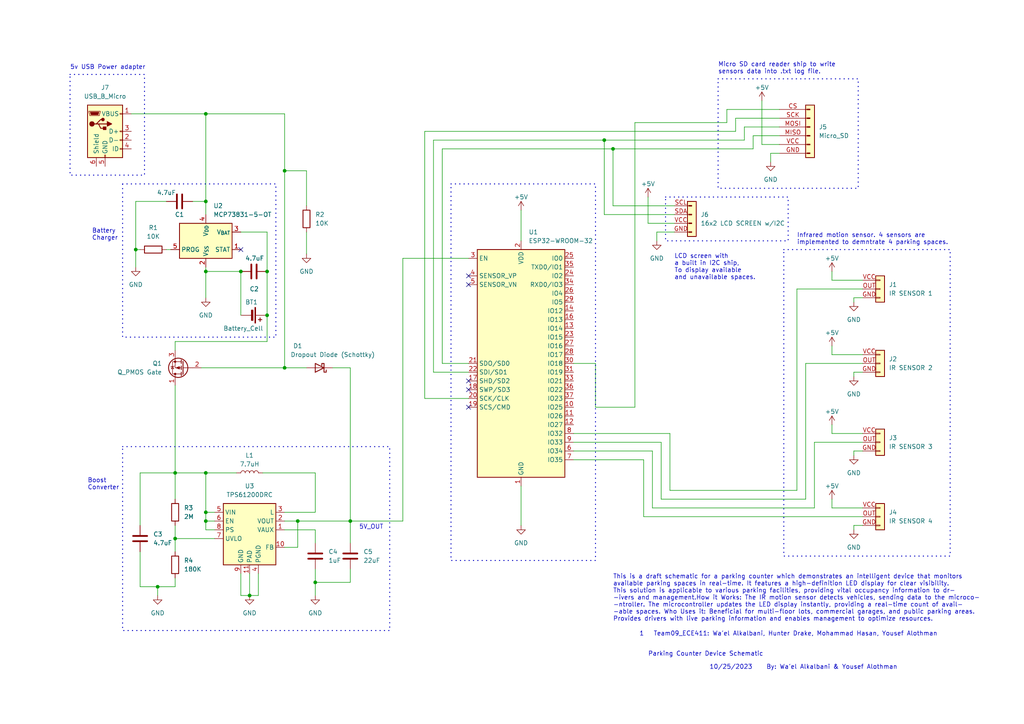
<source format=kicad_sch>
(kicad_sch (version 20230121) (generator eeschema)

  (uuid 84f4e8cc-4591-4f22-beb5-63470253f104)

  (paper "A4")

  (lib_symbols
    (symbol "Battery_Management:MCP73831-5-OT" (in_bom yes) (on_board yes)
      (property "Reference" "U" (at -7.62 6.35 0)
        (effects (font (size 1.27 1.27)) (justify left))
      )
      (property "Value" "MCP73831-5-OT" (at 1.27 6.35 0)
        (effects (font (size 1.27 1.27)) (justify left))
      )
      (property "Footprint" "Package_TO_SOT_SMD:SOT-23-5" (at 1.27 -6.35 0)
        (effects (font (size 1.27 1.27) italic) (justify left) hide)
      )
      (property "Datasheet" "http://ww1.microchip.com/downloads/en/DeviceDoc/20001984g.pdf" (at -3.81 -1.27 0)
        (effects (font (size 1.27 1.27)) hide)
      )
      (property "ki_keywords" "battery charger lithium" (at 0 0 0)
        (effects (font (size 1.27 1.27)) hide)
      )
      (property "ki_description" "Single cell, Li-Ion/Li-Po charge management controller, 4.50V, Tri-State Status Output, in SOT23-5 package" (at 0 0 0)
        (effects (font (size 1.27 1.27)) hide)
      )
      (property "ki_fp_filters" "SOT?23*" (at 0 0 0)
        (effects (font (size 1.27 1.27)) hide)
      )
      (symbol "MCP73831-5-OT_0_1"
        (rectangle (start -7.62 5.08) (end 7.62 -5.08)
          (stroke (width 0.254) (type default))
          (fill (type background))
        )
      )
      (symbol "MCP73831-5-OT_1_1"
        (pin output line (at 10.16 -2.54 180) (length 2.54)
          (name "STAT" (effects (font (size 1.27 1.27))))
          (number "1" (effects (font (size 1.27 1.27))))
        )
        (pin power_in line (at 0 -7.62 90) (length 2.54)
          (name "V_{SS}" (effects (font (size 1.27 1.27))))
          (number "2" (effects (font (size 1.27 1.27))))
        )
        (pin power_out line (at 10.16 2.54 180) (length 2.54)
          (name "V_{BAT}" (effects (font (size 1.27 1.27))))
          (number "3" (effects (font (size 1.27 1.27))))
        )
        (pin power_in line (at 0 7.62 270) (length 2.54)
          (name "V_{DD}" (effects (font (size 1.27 1.27))))
          (number "4" (effects (font (size 1.27 1.27))))
        )
        (pin input line (at -10.16 -2.54 0) (length 2.54)
          (name "PROG" (effects (font (size 1.27 1.27))))
          (number "5" (effects (font (size 1.27 1.27))))
        )
      )
    )
    (symbol "Conn_01x03_1" (pin_names (offset 1.016) hide) (in_bom yes) (on_board yes)
      (property "Reference" "J4" (at 2.54 1.27 0)
        (effects (font (size 1.27 1.27)) (justify left))
      )
      (property "Value" "IR SENSOR 4" (at 2.54 -1.27 0)
        (effects (font (size 1.27 1.27)) (justify left))
      )
      (property "Footprint" "Connector_PinHeader_2.54mm:PinHeader_1x03_P2.54mm_Vertical" (at 0 0 0)
        (effects (font (size 1.27 1.27)) hide)
      )
      (property "Datasheet" "~" (at 0 0 0)
        (effects (font (size 1.27 1.27)) hide)
      )
      (property "ki_keywords" "connector" (at 0 0 0)
        (effects (font (size 1.27 1.27)) hide)
      )
      (property "ki_description" "Generic connector, single row, 01x03, script generated (kicad-library-utils/schlib/autogen/connector/)" (at 0 0 0)
        (effects (font (size 1.27 1.27)) hide)
      )
      (property "ki_fp_filters" "Connector*:*_1x??_*" (at 0 0 0)
        (effects (font (size 1.27 1.27)) hide)
      )
      (symbol "Conn_01x03_1_1_1"
        (rectangle (start -1.27 -2.413) (end 0 -2.667)
          (stroke (width 0.1524) (type default))
          (fill (type none))
        )
        (rectangle (start -1.27 0.127) (end 0 -0.127)
          (stroke (width 0.1524) (type default))
          (fill (type none))
        )
        (rectangle (start -1.27 2.667) (end 0 2.413)
          (stroke (width 0.1524) (type default))
          (fill (type none))
        )
        (rectangle (start -1.27 3.81) (end 1.27 -3.81)
          (stroke (width 0.254) (type default))
          (fill (type background))
        )
        (pin passive line (at -5.08 -2.54 0) (length 3.81)
          (name "Pin_3" (effects (font (size 1.27 1.27))))
          (number "GND" (effects (font (size 1.27 1.27))))
        )
        (pin passive line (at -5.08 0 0) (length 3.81)
          (name "Pin_2" (effects (font (size 1.27 1.27))))
          (number "OUT" (effects (font (size 1.27 1.27))))
        )
        (pin passive line (at -5.08 2.54 0) (length 3.81)
          (name "Pin_1" (effects (font (size 1.27 1.27))))
          (number "VCC" (effects (font (size 1.27 1.27))))
        )
      )
    )
    (symbol "Connector:Conn_01x04_Pin" (pin_names (offset 1.016) hide) (in_bom yes) (on_board yes)
      (property "Reference" "J6" (at -2.54 -2.54 0)
        (effects (font (size 1.27 1.27)) (justify right))
      )
      (property "Value" "16x2 LCD SCREEN w/I2C" (at -2.54 0 0)
        (effects (font (size 1.27 1.27)) (justify right))
      )
      (property "Footprint" "" (at 0 0 0)
        (effects (font (size 1.27 1.27)) hide)
      )
      (property "Datasheet" "~" (at 0 0 0)
        (effects (font (size 1.27 1.27)) hide)
      )
      (property "ki_locked" "" (at 0 0 0)
        (effects (font (size 1.27 1.27)))
      )
      (property "ki_keywords" "connector" (at 0 0 0)
        (effects (font (size 1.27 1.27)) hide)
      )
      (property "ki_description" "Generic connector, single row, 01x04, script generated" (at 0 0 0)
        (effects (font (size 1.27 1.27)) hide)
      )
      (property "ki_fp_filters" "Connector*:*_1x??_*" (at 0 0 0)
        (effects (font (size 1.27 1.27)) hide)
      )
      (symbol "Conn_01x04_Pin_1_1"
        (rectangle (start -1.27 3.81) (end 1.27 -6.35)
          (stroke (width 0.254) (type default))
          (fill (type background))
        )
        (polyline
          (pts
            (xy 1.27 -5.08)
            (xy 0.8636 -5.08)
          )
          (stroke (width 0.1524) (type default))
          (fill (type none))
        )
        (polyline
          (pts
            (xy 1.27 -2.54)
            (xy 0.8636 -2.54)
          )
          (stroke (width 0.1524) (type default))
          (fill (type none))
        )
        (polyline
          (pts
            (xy 1.27 0)
            (xy 0.8636 0)
          )
          (stroke (width 0.1524) (type default))
          (fill (type none))
        )
        (polyline
          (pts
            (xy 1.27 2.54)
            (xy 0.8636 2.54)
          )
          (stroke (width 0.1524) (type default))
          (fill (type none))
        )
        (rectangle (start 0.8636 -4.953) (end 0 -5.207)
          (stroke (width 0.1524) (type default))
          (fill (type outline))
        )
        (rectangle (start 0.8636 -2.413) (end 0 -2.667)
          (stroke (width 0.1524) (type default))
          (fill (type outline))
        )
        (rectangle (start 0.8636 0.127) (end 0 -0.127)
          (stroke (width 0.1524) (type default))
          (fill (type outline))
        )
        (rectangle (start 0.8636 2.667) (end 0 2.413)
          (stroke (width 0.1524) (type default))
          (fill (type outline))
        )
        (pin passive line (at 5.08 2.54 180) (length 3.81)
          (name "Pin_1" (effects (font (size 1.27 1.27))))
          (number "GND" (effects (font (size 1.27 1.27))))
        )
        (pin passive line (at 5.08 -5.08 180) (length 3.81)
          (name "Pin_4" (effects (font (size 1.27 1.27))))
          (number "SCL" (effects (font (size 1.27 1.27))))
        )
        (pin passive line (at 5.08 -2.54 180) (length 3.81)
          (name "Pin_3" (effects (font (size 1.27 1.27))))
          (number "SDA" (effects (font (size 1.27 1.27))))
        )
        (pin passive line (at 5.08 0 180) (length 3.81)
          (name "Pin_2" (effects (font (size 1.27 1.27))))
          (number "VCC" (effects (font (size 1.27 1.27))))
        )
      )
    )
    (symbol "Connector:Conn_01x06_Pin" (pin_names (offset 1.016) hide) (in_bom yes) (on_board yes)
      (property "Reference" "J5" (at -2.54 -2.54 0)
        (effects (font (size 1.27 1.27)) (justify right))
      )
      (property "Value" "Micro_SD" (at -2.54 0 0)
        (effects (font (size 1.27 1.27)) (justify right))
      )
      (property "Footprint" "" (at 0 0 0)
        (effects (font (size 1.27 1.27)) hide)
      )
      (property "Datasheet" "~" (at 0 0 0)
        (effects (font (size 1.27 1.27)) hide)
      )
      (property "ki_locked" "" (at 0 0 0)
        (effects (font (size 1.27 1.27)))
      )
      (property "ki_keywords" "connector" (at 0 0 0)
        (effects (font (size 1.27 1.27)) hide)
      )
      (property "ki_description" "Generic connector, single row, 01x06, script generated" (at 0 0 0)
        (effects (font (size 1.27 1.27)) hide)
      )
      (property "ki_fp_filters" "Connector*:*_1x??_*" (at 0 0 0)
        (effects (font (size 1.27 1.27)) hide)
      )
      (symbol "Conn_01x06_Pin_1_1"
        (rectangle (start -1.27 6.35) (end 1.27 -8.89)
          (stroke (width 0.254) (type default))
          (fill (type background))
        )
        (polyline
          (pts
            (xy 1.27 -7.62)
            (xy 0.8636 -7.62)
          )
          (stroke (width 0.1524) (type default))
          (fill (type none))
        )
        (polyline
          (pts
            (xy 1.27 -5.08)
            (xy 0.8636 -5.08)
          )
          (stroke (width 0.1524) (type default))
          (fill (type none))
        )
        (polyline
          (pts
            (xy 1.27 -2.54)
            (xy 0.8636 -2.54)
          )
          (stroke (width 0.1524) (type default))
          (fill (type none))
        )
        (polyline
          (pts
            (xy 1.27 0)
            (xy 0.8636 0)
          )
          (stroke (width 0.1524) (type default))
          (fill (type none))
        )
        (polyline
          (pts
            (xy 1.27 2.54)
            (xy 0.8636 2.54)
          )
          (stroke (width 0.1524) (type default))
          (fill (type none))
        )
        (polyline
          (pts
            (xy 1.27 5.08)
            (xy 0.8636 5.08)
          )
          (stroke (width 0.1524) (type default))
          (fill (type none))
        )
        (rectangle (start 0.8636 -7.493) (end 0 -7.747)
          (stroke (width 0.1524) (type default))
          (fill (type outline))
        )
        (rectangle (start 0.8636 -4.953) (end 0 -5.207)
          (stroke (width 0.1524) (type default))
          (fill (type outline))
        )
        (rectangle (start 0.8636 -2.413) (end 0 -2.667)
          (stroke (width 0.1524) (type default))
          (fill (type outline))
        )
        (rectangle (start 0.8636 0.127) (end 0 -0.127)
          (stroke (width 0.1524) (type default))
          (fill (type outline))
        )
        (rectangle (start 0.8636 2.667) (end 0 2.413)
          (stroke (width 0.1524) (type default))
          (fill (type outline))
        )
        (rectangle (start 0.8636 5.207) (end 0 4.953)
          (stroke (width 0.1524) (type default))
          (fill (type outline))
        )
        (pin passive line (at 8.89 -7.62 180) (length 7.81)
          (name "Pin_6" (effects (font (size 1.27 1.27))))
          (number "CS" (effects (font (size 1.27 1.27))))
        )
        (pin passive line (at 8.89 5.08 180) (length 7.81)
          (name "Pin_1" (effects (font (size 1.27 1.27))))
          (number "GND" (effects (font (size 1.27 1.27))))
        )
        (pin passive line (at 8.89 0 180) (length 7.81)
          (name "Pin_3" (effects (font (size 1.27 1.27))))
          (number "MISO" (effects (font (size 1.27 1.27))))
        )
        (pin passive line (at 8.89 -2.54 180) (length 7.81)
          (name "Pin_4" (effects (font (size 1.27 1.27))))
          (number "MOSI" (effects (font (size 1.27 1.27))))
        )
        (pin passive line (at 8.89 -5.08 180) (length 7.81)
          (name "Pin_5" (effects (font (size 1.27 1.27))))
          (number "SCK" (effects (font (size 1.27 1.27))))
        )
        (pin passive line (at 8.89 2.54 180) (length 7.81)
          (name "Pin_2" (effects (font (size 1.27 1.27))))
          (number "VCC" (effects (font (size 1.27 1.27))))
        )
      )
    )
    (symbol "Connector:USB_B_Micro" (pin_names (offset 1.016)) (in_bom yes) (on_board yes)
      (property "Reference" "J" (at -5.08 11.43 0)
        (effects (font (size 1.27 1.27)) (justify left))
      )
      (property "Value" "USB_B_Micro" (at -5.08 8.89 0)
        (effects (font (size 1.27 1.27)) (justify left))
      )
      (property "Footprint" "" (at 3.81 -1.27 0)
        (effects (font (size 1.27 1.27)) hide)
      )
      (property "Datasheet" "~" (at 3.81 -1.27 0)
        (effects (font (size 1.27 1.27)) hide)
      )
      (property "ki_keywords" "connector USB micro" (at 0 0 0)
        (effects (font (size 1.27 1.27)) hide)
      )
      (property "ki_description" "USB Micro Type B connector" (at 0 0 0)
        (effects (font (size 1.27 1.27)) hide)
      )
      (property "ki_fp_filters" "USB*" (at 0 0 0)
        (effects (font (size 1.27 1.27)) hide)
      )
      (symbol "USB_B_Micro_0_1"
        (rectangle (start -5.08 -7.62) (end 5.08 7.62)
          (stroke (width 0.254) (type default))
          (fill (type background))
        )
        (circle (center -3.81 2.159) (radius 0.635)
          (stroke (width 0.254) (type default))
          (fill (type outline))
        )
        (circle (center -0.635 3.429) (radius 0.381)
          (stroke (width 0.254) (type default))
          (fill (type outline))
        )
        (rectangle (start -0.127 -7.62) (end 0.127 -6.858)
          (stroke (width 0) (type default))
          (fill (type none))
        )
        (polyline
          (pts
            (xy -1.905 2.159)
            (xy 0.635 2.159)
          )
          (stroke (width 0.254) (type default))
          (fill (type none))
        )
        (polyline
          (pts
            (xy -3.175 2.159)
            (xy -2.54 2.159)
            (xy -1.27 3.429)
            (xy -0.635 3.429)
          )
          (stroke (width 0.254) (type default))
          (fill (type none))
        )
        (polyline
          (pts
            (xy -2.54 2.159)
            (xy -1.905 2.159)
            (xy -1.27 0.889)
            (xy 0 0.889)
          )
          (stroke (width 0.254) (type default))
          (fill (type none))
        )
        (polyline
          (pts
            (xy 0.635 2.794)
            (xy 0.635 1.524)
            (xy 1.905 2.159)
            (xy 0.635 2.794)
          )
          (stroke (width 0.254) (type default))
          (fill (type outline))
        )
        (polyline
          (pts
            (xy -4.318 5.588)
            (xy -1.778 5.588)
            (xy -2.032 4.826)
            (xy -4.064 4.826)
            (xy -4.318 5.588)
          )
          (stroke (width 0) (type default))
          (fill (type outline))
        )
        (polyline
          (pts
            (xy -4.699 5.842)
            (xy -4.699 5.588)
            (xy -4.445 4.826)
            (xy -4.445 4.572)
            (xy -1.651 4.572)
            (xy -1.651 4.826)
            (xy -1.397 5.588)
            (xy -1.397 5.842)
            (xy -4.699 5.842)
          )
          (stroke (width 0) (type default))
          (fill (type none))
        )
        (rectangle (start 0.254 1.27) (end -0.508 0.508)
          (stroke (width 0.254) (type default))
          (fill (type outline))
        )
        (rectangle (start 5.08 -5.207) (end 4.318 -4.953)
          (stroke (width 0) (type default))
          (fill (type none))
        )
        (rectangle (start 5.08 -2.667) (end 4.318 -2.413)
          (stroke (width 0) (type default))
          (fill (type none))
        )
        (rectangle (start 5.08 -0.127) (end 4.318 0.127)
          (stroke (width 0) (type default))
          (fill (type none))
        )
        (rectangle (start 5.08 4.953) (end 4.318 5.207)
          (stroke (width 0) (type default))
          (fill (type none))
        )
      )
      (symbol "USB_B_Micro_1_1"
        (pin power_out line (at 7.62 5.08 180) (length 2.54)
          (name "VBUS" (effects (font (size 1.27 1.27))))
          (number "1" (effects (font (size 1.27 1.27))))
        )
        (pin bidirectional line (at 7.62 -2.54 180) (length 2.54)
          (name "D-" (effects (font (size 1.27 1.27))))
          (number "2" (effects (font (size 1.27 1.27))))
        )
        (pin bidirectional line (at 7.62 0 180) (length 2.54)
          (name "D+" (effects (font (size 1.27 1.27))))
          (number "3" (effects (font (size 1.27 1.27))))
        )
        (pin passive line (at 7.62 -5.08 180) (length 2.54)
          (name "ID" (effects (font (size 1.27 1.27))))
          (number "4" (effects (font (size 1.27 1.27))))
        )
        (pin power_out line (at 0 -10.16 90) (length 2.54)
          (name "GND" (effects (font (size 1.27 1.27))))
          (number "5" (effects (font (size 1.27 1.27))))
        )
        (pin passive line (at -2.54 -10.16 90) (length 2.54)
          (name "Shield" (effects (font (size 1.27 1.27))))
          (number "6" (effects (font (size 1.27 1.27))))
        )
      )
    )
    (symbol "Device:Battery_Cell" (pin_numbers hide) (pin_names (offset 0) hide) (in_bom yes) (on_board yes)
      (property "Reference" "BT" (at 2.54 2.54 0)
        (effects (font (size 1.27 1.27)) (justify left))
      )
      (property "Value" "Battery_Cell" (at 2.54 0 0)
        (effects (font (size 1.27 1.27)) (justify left))
      )
      (property "Footprint" "" (at 0 1.524 90)
        (effects (font (size 1.27 1.27)) hide)
      )
      (property "Datasheet" "~" (at 0 1.524 90)
        (effects (font (size 1.27 1.27)) hide)
      )
      (property "ki_keywords" "battery cell" (at 0 0 0)
        (effects (font (size 1.27 1.27)) hide)
      )
      (property "ki_description" "Single-cell battery" (at 0 0 0)
        (effects (font (size 1.27 1.27)) hide)
      )
      (symbol "Battery_Cell_0_1"
        (rectangle (start -2.286 1.778) (end 2.286 1.524)
          (stroke (width 0) (type default))
          (fill (type outline))
        )
        (rectangle (start -1.524 1.016) (end 1.524 0.508)
          (stroke (width 0) (type default))
          (fill (type outline))
        )
        (polyline
          (pts
            (xy 0 0.762)
            (xy 0 0)
          )
          (stroke (width 0) (type default))
          (fill (type none))
        )
        (polyline
          (pts
            (xy 0 1.778)
            (xy 0 2.54)
          )
          (stroke (width 0) (type default))
          (fill (type none))
        )
        (polyline
          (pts
            (xy 0.762 3.048)
            (xy 1.778 3.048)
          )
          (stroke (width 0.254) (type default))
          (fill (type none))
        )
        (polyline
          (pts
            (xy 1.27 3.556)
            (xy 1.27 2.54)
          )
          (stroke (width 0.254) (type default))
          (fill (type none))
        )
      )
      (symbol "Battery_Cell_1_1"
        (pin passive line (at 0 5.08 270) (length 2.54)
          (name "+" (effects (font (size 1.27 1.27))))
          (number "1" (effects (font (size 1.27 1.27))))
        )
        (pin passive line (at 0 -2.54 90) (length 2.54)
          (name "-" (effects (font (size 1.27 1.27))))
          (number "2" (effects (font (size 1.27 1.27))))
        )
      )
    )
    (symbol "Device:C" (pin_numbers hide) (pin_names (offset 0.254)) (in_bom yes) (on_board yes)
      (property "Reference" "C" (at 0.635 2.54 0)
        (effects (font (size 1.27 1.27)) (justify left))
      )
      (property "Value" "C" (at 0.635 -2.54 0)
        (effects (font (size 1.27 1.27)) (justify left))
      )
      (property "Footprint" "" (at 0.9652 -3.81 0)
        (effects (font (size 1.27 1.27)) hide)
      )
      (property "Datasheet" "~" (at 0 0 0)
        (effects (font (size 1.27 1.27)) hide)
      )
      (property "ki_keywords" "cap capacitor" (at 0 0 0)
        (effects (font (size 1.27 1.27)) hide)
      )
      (property "ki_description" "Unpolarized capacitor" (at 0 0 0)
        (effects (font (size 1.27 1.27)) hide)
      )
      (property "ki_fp_filters" "C_*" (at 0 0 0)
        (effects (font (size 1.27 1.27)) hide)
      )
      (symbol "C_0_1"
        (polyline
          (pts
            (xy -2.032 -0.762)
            (xy 2.032 -0.762)
          )
          (stroke (width 0.508) (type default))
          (fill (type none))
        )
        (polyline
          (pts
            (xy -2.032 0.762)
            (xy 2.032 0.762)
          )
          (stroke (width 0.508) (type default))
          (fill (type none))
        )
      )
      (symbol "C_1_1"
        (pin passive line (at 0 3.81 270) (length 2.794)
          (name "~" (effects (font (size 1.27 1.27))))
          (number "1" (effects (font (size 1.27 1.27))))
        )
        (pin passive line (at 0 -3.81 90) (length 2.794)
          (name "~" (effects (font (size 1.27 1.27))))
          (number "2" (effects (font (size 1.27 1.27))))
        )
      )
    )
    (symbol "Device:D_Schottky" (pin_numbers hide) (pin_names (offset 1.016) hide) (in_bom yes) (on_board yes)
      (property "Reference" "D" (at 0 2.54 0)
        (effects (font (size 1.27 1.27)))
      )
      (property "Value" "D_Schottky" (at 0 -2.54 0)
        (effects (font (size 1.27 1.27)))
      )
      (property "Footprint" "" (at 0 0 0)
        (effects (font (size 1.27 1.27)) hide)
      )
      (property "Datasheet" "~" (at 0 0 0)
        (effects (font (size 1.27 1.27)) hide)
      )
      (property "ki_keywords" "diode Schottky" (at 0 0 0)
        (effects (font (size 1.27 1.27)) hide)
      )
      (property "ki_description" "Schottky diode" (at 0 0 0)
        (effects (font (size 1.27 1.27)) hide)
      )
      (property "ki_fp_filters" "TO-???* *_Diode_* *SingleDiode* D_*" (at 0 0 0)
        (effects (font (size 1.27 1.27)) hide)
      )
      (symbol "D_Schottky_0_1"
        (polyline
          (pts
            (xy 1.27 0)
            (xy -1.27 0)
          )
          (stroke (width 0) (type default))
          (fill (type none))
        )
        (polyline
          (pts
            (xy 1.27 1.27)
            (xy 1.27 -1.27)
            (xy -1.27 0)
            (xy 1.27 1.27)
          )
          (stroke (width 0.254) (type default))
          (fill (type none))
        )
        (polyline
          (pts
            (xy -1.905 0.635)
            (xy -1.905 1.27)
            (xy -1.27 1.27)
            (xy -1.27 -1.27)
            (xy -0.635 -1.27)
            (xy -0.635 -0.635)
          )
          (stroke (width 0.254) (type default))
          (fill (type none))
        )
      )
      (symbol "D_Schottky_1_1"
        (pin passive line (at -3.81 0 0) (length 2.54)
          (name "K" (effects (font (size 1.27 1.27))))
          (number "1" (effects (font (size 1.27 1.27))))
        )
        (pin passive line (at 3.81 0 180) (length 2.54)
          (name "A" (effects (font (size 1.27 1.27))))
          (number "2" (effects (font (size 1.27 1.27))))
        )
      )
    )
    (symbol "Device:L" (pin_numbers hide) (pin_names (offset 1.016) hide) (in_bom yes) (on_board yes)
      (property "Reference" "L" (at -1.27 0 90)
        (effects (font (size 1.27 1.27)))
      )
      (property "Value" "L" (at 1.905 0 90)
        (effects (font (size 1.27 1.27)))
      )
      (property "Footprint" "" (at 0 0 0)
        (effects (font (size 1.27 1.27)) hide)
      )
      (property "Datasheet" "~" (at 0 0 0)
        (effects (font (size 1.27 1.27)) hide)
      )
      (property "ki_keywords" "inductor choke coil reactor magnetic" (at 0 0 0)
        (effects (font (size 1.27 1.27)) hide)
      )
      (property "ki_description" "Inductor" (at 0 0 0)
        (effects (font (size 1.27 1.27)) hide)
      )
      (property "ki_fp_filters" "Choke_* *Coil* Inductor_* L_*" (at 0 0 0)
        (effects (font (size 1.27 1.27)) hide)
      )
      (symbol "L_0_1"
        (arc (start 0 -2.54) (mid 0.6323 -1.905) (end 0 -1.27)
          (stroke (width 0) (type default))
          (fill (type none))
        )
        (arc (start 0 -1.27) (mid 0.6323 -0.635) (end 0 0)
          (stroke (width 0) (type default))
          (fill (type none))
        )
        (arc (start 0 0) (mid 0.6323 0.635) (end 0 1.27)
          (stroke (width 0) (type default))
          (fill (type none))
        )
        (arc (start 0 1.27) (mid 0.6323 1.905) (end 0 2.54)
          (stroke (width 0) (type default))
          (fill (type none))
        )
      )
      (symbol "L_1_1"
        (pin passive line (at 0 3.81 270) (length 1.27)
          (name "1" (effects (font (size 1.27 1.27))))
          (number "1" (effects (font (size 1.27 1.27))))
        )
        (pin passive line (at 0 -3.81 90) (length 1.27)
          (name "2" (effects (font (size 1.27 1.27))))
          (number "2" (effects (font (size 1.27 1.27))))
        )
      )
    )
    (symbol "Device:Q_PMOS_DGS" (pin_names (offset 0) hide) (in_bom yes) (on_board yes)
      (property "Reference" "Q" (at 5.08 1.27 0)
        (effects (font (size 1.27 1.27)) (justify left))
      )
      (property "Value" "Q_PMOS_DGS" (at 5.08 -1.27 0)
        (effects (font (size 1.27 1.27)) (justify left))
      )
      (property "Footprint" "" (at 5.08 2.54 0)
        (effects (font (size 1.27 1.27)) hide)
      )
      (property "Datasheet" "~" (at 0 0 0)
        (effects (font (size 1.27 1.27)) hide)
      )
      (property "ki_keywords" "transistor PMOS P-MOS P-MOSFET" (at 0 0 0)
        (effects (font (size 1.27 1.27)) hide)
      )
      (property "ki_description" "P-MOSFET transistor, drain/gate/source" (at 0 0 0)
        (effects (font (size 1.27 1.27)) hide)
      )
      (symbol "Q_PMOS_DGS_0_1"
        (polyline
          (pts
            (xy 0.254 0)
            (xy -2.54 0)
          )
          (stroke (width 0) (type default))
          (fill (type none))
        )
        (polyline
          (pts
            (xy 0.254 1.905)
            (xy 0.254 -1.905)
          )
          (stroke (width 0.254) (type default))
          (fill (type none))
        )
        (polyline
          (pts
            (xy 0.762 -1.27)
            (xy 0.762 -2.286)
          )
          (stroke (width 0.254) (type default))
          (fill (type none))
        )
        (polyline
          (pts
            (xy 0.762 0.508)
            (xy 0.762 -0.508)
          )
          (stroke (width 0.254) (type default))
          (fill (type none))
        )
        (polyline
          (pts
            (xy 0.762 2.286)
            (xy 0.762 1.27)
          )
          (stroke (width 0.254) (type default))
          (fill (type none))
        )
        (polyline
          (pts
            (xy 2.54 2.54)
            (xy 2.54 1.778)
          )
          (stroke (width 0) (type default))
          (fill (type none))
        )
        (polyline
          (pts
            (xy 2.54 -2.54)
            (xy 2.54 0)
            (xy 0.762 0)
          )
          (stroke (width 0) (type default))
          (fill (type none))
        )
        (polyline
          (pts
            (xy 0.762 1.778)
            (xy 3.302 1.778)
            (xy 3.302 -1.778)
            (xy 0.762 -1.778)
          )
          (stroke (width 0) (type default))
          (fill (type none))
        )
        (polyline
          (pts
            (xy 2.286 0)
            (xy 1.27 0.381)
            (xy 1.27 -0.381)
            (xy 2.286 0)
          )
          (stroke (width 0) (type default))
          (fill (type outline))
        )
        (polyline
          (pts
            (xy 2.794 -0.508)
            (xy 2.921 -0.381)
            (xy 3.683 -0.381)
            (xy 3.81 -0.254)
          )
          (stroke (width 0) (type default))
          (fill (type none))
        )
        (polyline
          (pts
            (xy 3.302 -0.381)
            (xy 2.921 0.254)
            (xy 3.683 0.254)
            (xy 3.302 -0.381)
          )
          (stroke (width 0) (type default))
          (fill (type none))
        )
        (circle (center 1.651 0) (radius 2.794)
          (stroke (width 0.254) (type default))
          (fill (type none))
        )
        (circle (center 2.54 -1.778) (radius 0.254)
          (stroke (width 0) (type default))
          (fill (type outline))
        )
        (circle (center 2.54 1.778) (radius 0.254)
          (stroke (width 0) (type default))
          (fill (type outline))
        )
      )
      (symbol "Q_PMOS_DGS_1_1"
        (pin passive line (at 2.54 5.08 270) (length 2.54)
          (name "D" (effects (font (size 1.27 1.27))))
          (number "1" (effects (font (size 1.27 1.27))))
        )
        (pin input line (at -5.08 0 0) (length 2.54)
          (name "G" (effects (font (size 1.27 1.27))))
          (number "2" (effects (font (size 1.27 1.27))))
        )
        (pin passive line (at 2.54 -5.08 90) (length 2.54)
          (name "S" (effects (font (size 1.27 1.27))))
          (number "3" (effects (font (size 1.27 1.27))))
        )
      )
    )
    (symbol "Device:R" (pin_numbers hide) (pin_names (offset 0)) (in_bom yes) (on_board yes)
      (property "Reference" "R" (at 2.032 0 90)
        (effects (font (size 1.27 1.27)))
      )
      (property "Value" "R" (at 0 0 90)
        (effects (font (size 1.27 1.27)))
      )
      (property "Footprint" "" (at -1.778 0 90)
        (effects (font (size 1.27 1.27)) hide)
      )
      (property "Datasheet" "~" (at 0 0 0)
        (effects (font (size 1.27 1.27)) hide)
      )
      (property "ki_keywords" "R res resistor" (at 0 0 0)
        (effects (font (size 1.27 1.27)) hide)
      )
      (property "ki_description" "Resistor" (at 0 0 0)
        (effects (font (size 1.27 1.27)) hide)
      )
      (property "ki_fp_filters" "R_*" (at 0 0 0)
        (effects (font (size 1.27 1.27)) hide)
      )
      (symbol "R_0_1"
        (rectangle (start -1.016 -2.54) (end 1.016 2.54)
          (stroke (width 0.254) (type default))
          (fill (type none))
        )
      )
      (symbol "R_1_1"
        (pin passive line (at 0 3.81 270) (length 1.27)
          (name "~" (effects (font (size 1.27 1.27))))
          (number "1" (effects (font (size 1.27 1.27))))
        )
        (pin passive line (at 0 -3.81 90) (length 1.27)
          (name "~" (effects (font (size 1.27 1.27))))
          (number "2" (effects (font (size 1.27 1.27))))
        )
      )
    )
    (symbol "RF_Module:ESP32-WROOM-32" (in_bom yes) (on_board yes)
      (property "Reference" "U" (at -12.7 34.29 0)
        (effects (font (size 1.27 1.27)) (justify left))
      )
      (property "Value" "ESP32-WROOM-32" (at 1.27 34.29 0)
        (effects (font (size 1.27 1.27)) (justify left))
      )
      (property "Footprint" "RF_Module:ESP32-WROOM-32" (at 0 -38.1 0)
        (effects (font (size 1.27 1.27)) hide)
      )
      (property "Datasheet" "https://www.espressif.com/sites/default/files/documentation/esp32-wroom-32_datasheet_en.pdf" (at -7.62 1.27 0)
        (effects (font (size 1.27 1.27)) hide)
      )
      (property "ki_keywords" "RF Radio BT ESP ESP32 Espressif onboard PCB antenna" (at 0 0 0)
        (effects (font (size 1.27 1.27)) hide)
      )
      (property "ki_description" "RF Module, ESP32-D0WDQ6 SoC, Wi-Fi 802.11b/g/n, Bluetooth, BLE, 32-bit, 2.7-3.6V, onboard antenna, SMD" (at 0 0 0)
        (effects (font (size 1.27 1.27)) hide)
      )
      (property "ki_fp_filters" "ESP32?WROOM?32*" (at 0 0 0)
        (effects (font (size 1.27 1.27)) hide)
      )
      (symbol "ESP32-WROOM-32_0_1"
        (rectangle (start -12.7 33.02) (end 12.7 -33.02)
          (stroke (width 0.254) (type default))
          (fill (type background))
        )
      )
      (symbol "ESP32-WROOM-32_1_1"
        (pin power_in line (at 0 -35.56 90) (length 2.54)
          (name "GND" (effects (font (size 1.27 1.27))))
          (number "1" (effects (font (size 1.27 1.27))))
        )
        (pin bidirectional line (at 15.24 -12.7 180) (length 2.54)
          (name "IO25" (effects (font (size 1.27 1.27))))
          (number "10" (effects (font (size 1.27 1.27))))
        )
        (pin bidirectional line (at 15.24 -15.24 180) (length 2.54)
          (name "IO26" (effects (font (size 1.27 1.27))))
          (number "11" (effects (font (size 1.27 1.27))))
        )
        (pin bidirectional line (at 15.24 -17.78 180) (length 2.54)
          (name "IO27" (effects (font (size 1.27 1.27))))
          (number "12" (effects (font (size 1.27 1.27))))
        )
        (pin bidirectional line (at 15.24 10.16 180) (length 2.54)
          (name "IO14" (effects (font (size 1.27 1.27))))
          (number "13" (effects (font (size 1.27 1.27))))
        )
        (pin bidirectional line (at 15.24 15.24 180) (length 2.54)
          (name "IO12" (effects (font (size 1.27 1.27))))
          (number "14" (effects (font (size 1.27 1.27))))
        )
        (pin passive line (at 0 -35.56 90) (length 2.54) hide
          (name "GND" (effects (font (size 1.27 1.27))))
          (number "15" (effects (font (size 1.27 1.27))))
        )
        (pin bidirectional line (at 15.24 12.7 180) (length 2.54)
          (name "IO13" (effects (font (size 1.27 1.27))))
          (number "16" (effects (font (size 1.27 1.27))))
        )
        (pin bidirectional line (at -15.24 -5.08 0) (length 2.54)
          (name "SHD/SD2" (effects (font (size 1.27 1.27))))
          (number "17" (effects (font (size 1.27 1.27))))
        )
        (pin bidirectional line (at -15.24 -7.62 0) (length 2.54)
          (name "SWP/SD3" (effects (font (size 1.27 1.27))))
          (number "18" (effects (font (size 1.27 1.27))))
        )
        (pin bidirectional line (at -15.24 -12.7 0) (length 2.54)
          (name "SCS/CMD" (effects (font (size 1.27 1.27))))
          (number "19" (effects (font (size 1.27 1.27))))
        )
        (pin power_in line (at 0 35.56 270) (length 2.54)
          (name "VDD" (effects (font (size 1.27 1.27))))
          (number "2" (effects (font (size 1.27 1.27))))
        )
        (pin bidirectional line (at -15.24 -10.16 0) (length 2.54)
          (name "SCK/CLK" (effects (font (size 1.27 1.27))))
          (number "20" (effects (font (size 1.27 1.27))))
        )
        (pin bidirectional line (at -15.24 0 0) (length 2.54)
          (name "SDO/SD0" (effects (font (size 1.27 1.27))))
          (number "21" (effects (font (size 1.27 1.27))))
        )
        (pin bidirectional line (at -15.24 -2.54 0) (length 2.54)
          (name "SDI/SD1" (effects (font (size 1.27 1.27))))
          (number "22" (effects (font (size 1.27 1.27))))
        )
        (pin bidirectional line (at 15.24 7.62 180) (length 2.54)
          (name "IO15" (effects (font (size 1.27 1.27))))
          (number "23" (effects (font (size 1.27 1.27))))
        )
        (pin bidirectional line (at 15.24 25.4 180) (length 2.54)
          (name "IO2" (effects (font (size 1.27 1.27))))
          (number "24" (effects (font (size 1.27 1.27))))
        )
        (pin bidirectional line (at 15.24 30.48 180) (length 2.54)
          (name "IO0" (effects (font (size 1.27 1.27))))
          (number "25" (effects (font (size 1.27 1.27))))
        )
        (pin bidirectional line (at 15.24 20.32 180) (length 2.54)
          (name "IO4" (effects (font (size 1.27 1.27))))
          (number "26" (effects (font (size 1.27 1.27))))
        )
        (pin bidirectional line (at 15.24 5.08 180) (length 2.54)
          (name "IO16" (effects (font (size 1.27 1.27))))
          (number "27" (effects (font (size 1.27 1.27))))
        )
        (pin bidirectional line (at 15.24 2.54 180) (length 2.54)
          (name "IO17" (effects (font (size 1.27 1.27))))
          (number "28" (effects (font (size 1.27 1.27))))
        )
        (pin bidirectional line (at 15.24 17.78 180) (length 2.54)
          (name "IO5" (effects (font (size 1.27 1.27))))
          (number "29" (effects (font (size 1.27 1.27))))
        )
        (pin input line (at -15.24 30.48 0) (length 2.54)
          (name "EN" (effects (font (size 1.27 1.27))))
          (number "3" (effects (font (size 1.27 1.27))))
        )
        (pin bidirectional line (at 15.24 0 180) (length 2.54)
          (name "IO18" (effects (font (size 1.27 1.27))))
          (number "30" (effects (font (size 1.27 1.27))))
        )
        (pin bidirectional line (at 15.24 -2.54 180) (length 2.54)
          (name "IO19" (effects (font (size 1.27 1.27))))
          (number "31" (effects (font (size 1.27 1.27))))
        )
        (pin no_connect line (at -12.7 -27.94 0) (length 2.54) hide
          (name "NC" (effects (font (size 1.27 1.27))))
          (number "32" (effects (font (size 1.27 1.27))))
        )
        (pin bidirectional line (at 15.24 -5.08 180) (length 2.54)
          (name "IO21" (effects (font (size 1.27 1.27))))
          (number "33" (effects (font (size 1.27 1.27))))
        )
        (pin bidirectional line (at 15.24 22.86 180) (length 2.54)
          (name "RXD0/IO3" (effects (font (size 1.27 1.27))))
          (number "34" (effects (font (size 1.27 1.27))))
        )
        (pin bidirectional line (at 15.24 27.94 180) (length 2.54)
          (name "TXD0/IO1" (effects (font (size 1.27 1.27))))
          (number "35" (effects (font (size 1.27 1.27))))
        )
        (pin bidirectional line (at 15.24 -7.62 180) (length 2.54)
          (name "IO22" (effects (font (size 1.27 1.27))))
          (number "36" (effects (font (size 1.27 1.27))))
        )
        (pin bidirectional line (at 15.24 -10.16 180) (length 2.54)
          (name "IO23" (effects (font (size 1.27 1.27))))
          (number "37" (effects (font (size 1.27 1.27))))
        )
        (pin passive line (at 0 -35.56 90) (length 2.54) hide
          (name "GND" (effects (font (size 1.27 1.27))))
          (number "38" (effects (font (size 1.27 1.27))))
        )
        (pin passive line (at 0 -35.56 90) (length 2.54) hide
          (name "GND" (effects (font (size 1.27 1.27))))
          (number "39" (effects (font (size 1.27 1.27))))
        )
        (pin input line (at -15.24 25.4 0) (length 2.54)
          (name "SENSOR_VP" (effects (font (size 1.27 1.27))))
          (number "4" (effects (font (size 1.27 1.27))))
        )
        (pin input line (at -15.24 22.86 0) (length 2.54)
          (name "SENSOR_VN" (effects (font (size 1.27 1.27))))
          (number "5" (effects (font (size 1.27 1.27))))
        )
        (pin input line (at 15.24 -25.4 180) (length 2.54)
          (name "IO34" (effects (font (size 1.27 1.27))))
          (number "6" (effects (font (size 1.27 1.27))))
        )
        (pin input line (at 15.24 -27.94 180) (length 2.54)
          (name "IO35" (effects (font (size 1.27 1.27))))
          (number "7" (effects (font (size 1.27 1.27))))
        )
        (pin bidirectional line (at 15.24 -20.32 180) (length 2.54)
          (name "IO32" (effects (font (size 1.27 1.27))))
          (number "8" (effects (font (size 1.27 1.27))))
        )
        (pin bidirectional line (at 15.24 -22.86 180) (length 2.54)
          (name "IO33" (effects (font (size 1.27 1.27))))
          (number "9" (effects (font (size 1.27 1.27))))
        )
      )
    )
    (symbol "Regulator_Switching:TPS61200DRC" (in_bom yes) (on_board yes)
      (property "Reference" "U" (at -10.16 8.89 0)
        (effects (font (size 1.27 1.27)) (justify left))
      )
      (property "Value" "TPS61200DRC" (at -2.54 8.89 0)
        (effects (font (size 1.27 1.27)) (justify left))
      )
      (property "Footprint" "Package_SON:Texas_S-PVSON-N10_ThermalVias" (at 0 -11.43 0)
        (effects (font (size 1.27 1.27)) hide)
      )
      (property "Datasheet" "http://www.ti.com/lit/ds/symlink/tps61200.pdf" (at 0 0 0)
        (effects (font (size 1.27 1.27)) hide)
      )
      (property "ki_keywords" "boost step-up DC/DC synchronous" (at 0 0 0)
        (effects (font (size 1.27 1.27)) hide)
      )
      (property "ki_description" "Low Input Voltage Synchronous Boost Converter With 1.3A Switches, Adjustable Output Voltage, 0.3-5.5V Input Voltage, VSON-10" (at 0 0 0)
        (effects (font (size 1.27 1.27)) hide)
      )
      (property "ki_fp_filters" "Texas*S*PVSON*N10*ThermalVias*" (at 0 0 0)
        (effects (font (size 1.27 1.27)) hide)
      )
      (symbol "TPS61200DRC_0_1"
        (rectangle (start -7.62 7.62) (end 7.62 -10.16)
          (stroke (width 0.254) (type default))
          (fill (type background))
        )
      )
      (symbol "TPS61200DRC_1_1"
        (pin bidirectional line (at 10.16 0 180) (length 2.54)
          (name "VAUX" (effects (font (size 1.27 1.27))))
          (number "1" (effects (font (size 1.27 1.27))))
        )
        (pin input line (at 10.16 -5.08 180) (length 2.54)
          (name "FB" (effects (font (size 1.27 1.27))))
          (number "10" (effects (font (size 1.27 1.27))))
        )
        (pin power_in line (at 0 -12.7 90) (length 2.54)
          (name "PAD" (effects (font (size 1.27 1.27))))
          (number "11" (effects (font (size 1.27 1.27))))
        )
        (pin power_out line (at 10.16 2.54 180) (length 2.54)
          (name "VOUT" (effects (font (size 1.27 1.27))))
          (number "2" (effects (font (size 1.27 1.27))))
        )
        (pin input line (at 10.16 5.08 180) (length 2.54)
          (name "L" (effects (font (size 1.27 1.27))))
          (number "3" (effects (font (size 1.27 1.27))))
        )
        (pin power_in line (at 2.54 -12.7 90) (length 2.54)
          (name "PGND" (effects (font (size 1.27 1.27))))
          (number "4" (effects (font (size 1.27 1.27))))
        )
        (pin power_in line (at -10.16 5.08 0) (length 2.54)
          (name "VIN" (effects (font (size 1.27 1.27))))
          (number "5" (effects (font (size 1.27 1.27))))
        )
        (pin input line (at -10.16 2.54 0) (length 2.54)
          (name "EN" (effects (font (size 1.27 1.27))))
          (number "6" (effects (font (size 1.27 1.27))))
        )
        (pin input line (at -10.16 -2.54 0) (length 2.54)
          (name "UVLO" (effects (font (size 1.27 1.27))))
          (number "7" (effects (font (size 1.27 1.27))))
        )
        (pin input line (at -10.16 0 0) (length 2.54)
          (name "PS" (effects (font (size 1.27 1.27))))
          (number "8" (effects (font (size 1.27 1.27))))
        )
        (pin power_in line (at -2.54 -12.7 90) (length 2.54)
          (name "GND" (effects (font (size 1.27 1.27))))
          (number "9" (effects (font (size 1.27 1.27))))
        )
      )
    )
    (symbol "power:+5V" (power) (pin_names (offset 0)) (in_bom yes) (on_board yes)
      (property "Reference" "#PWR" (at 0 -3.81 0)
        (effects (font (size 1.27 1.27)) hide)
      )
      (property "Value" "+5V" (at 0 3.556 0)
        (effects (font (size 1.27 1.27)))
      )
      (property "Footprint" "" (at 0 0 0)
        (effects (font (size 1.27 1.27)) hide)
      )
      (property "Datasheet" "" (at 0 0 0)
        (effects (font (size 1.27 1.27)) hide)
      )
      (property "ki_keywords" "power-flag" (at 0 0 0)
        (effects (font (size 1.27 1.27)) hide)
      )
      (property "ki_description" "Power symbol creates a global label with name \"+5V\"" (at 0 0 0)
        (effects (font (size 1.27 1.27)) hide)
      )
      (symbol "+5V_0_1"
        (polyline
          (pts
            (xy -0.762 1.27)
            (xy 0 2.54)
          )
          (stroke (width 0) (type default))
          (fill (type none))
        )
        (polyline
          (pts
            (xy 0 0)
            (xy 0 2.54)
          )
          (stroke (width 0) (type default))
          (fill (type none))
        )
        (polyline
          (pts
            (xy 0 2.54)
            (xy 0.762 1.27)
          )
          (stroke (width 0) (type default))
          (fill (type none))
        )
      )
      (symbol "+5V_1_1"
        (pin power_in line (at 0 0 90) (length 0) hide
          (name "+5V" (effects (font (size 1.27 1.27))))
          (number "1" (effects (font (size 1.27 1.27))))
        )
      )
    )
    (symbol "power:GND" (power) (pin_names (offset 0)) (in_bom yes) (on_board yes)
      (property "Reference" "#PWR" (at 0 -6.35 0)
        (effects (font (size 1.27 1.27)) hide)
      )
      (property "Value" "GND" (at 0 -3.81 0)
        (effects (font (size 1.27 1.27)))
      )
      (property "Footprint" "" (at 0 0 0)
        (effects (font (size 1.27 1.27)) hide)
      )
      (property "Datasheet" "" (at 0 0 0)
        (effects (font (size 1.27 1.27)) hide)
      )
      (property "ki_keywords" "global power" (at 0 0 0)
        (effects (font (size 1.27 1.27)) hide)
      )
      (property "ki_description" "Power symbol creates a global label with name \"GND\" , ground" (at 0 0 0)
        (effects (font (size 1.27 1.27)) hide)
      )
      (symbol "GND_0_1"
        (polyline
          (pts
            (xy 0 0)
            (xy 0 -1.27)
            (xy 1.27 -1.27)
            (xy 0 -2.54)
            (xy -1.27 -1.27)
            (xy 0 -1.27)
          )
          (stroke (width 0) (type default))
          (fill (type none))
        )
      )
      (symbol "GND_1_1"
        (pin power_in line (at 0 0 270) (length 0) hide
          (name "GND" (effects (font (size 1.27 1.27))))
          (number "1" (effects (font (size 1.27 1.27))))
        )
      )
    )
  )

  (junction (at 69.85 78.74) (diameter 0) (color 0 0 0 0)
    (uuid 1a26c2de-a3a6-4e14-af3a-a4cbb6d48559)
  )
  (junction (at 59.69 137.16) (diameter 0) (color 0 0 0 0)
    (uuid 2d401f7e-cc2d-4ca4-b30e-d24caab9e52f)
  )
  (junction (at 59.69 148.59) (diameter 0) (color 0 0 0 0)
    (uuid 33c7fe49-1304-4e47-bc98-c5726bbd37b5)
  )
  (junction (at 59.69 151.13) (diameter 0) (color 0 0 0 0)
    (uuid 355e5cda-0193-4c35-aaf4-7f68623b0901)
  )
  (junction (at 59.69 78.74) (diameter 0) (color 0 0 0 0)
    (uuid 388b6b80-9b65-44d9-b98a-2782e5f06607)
  )
  (junction (at 77.47 91.44) (diameter 0) (color 0 0 0 0)
    (uuid 42f3b1b7-7cf1-4653-8aea-d8d8d0409697)
  )
  (junction (at 86.36 151.13) (diameter 0) (color 0 0 0 0)
    (uuid 4960d546-8aa9-46fb-b429-1dbcc91065ef)
  )
  (junction (at 77.47 78.74) (diameter 0) (color 0 0 0 0)
    (uuid 66a5b55a-d7ec-4af9-af10-a40652ea9bba)
  )
  (junction (at 91.44 168.91) (diameter 0) (color 0 0 0 0)
    (uuid 68a8f93e-6701-40e3-850d-5b0da2fec34b)
  )
  (junction (at 82.55 49.53) (diameter 0) (color 0 0 0 0)
    (uuid 7cdf2213-a678-45b2-aaa5-a945ad4fbfd6)
  )
  (junction (at 175.26 40.64) (diameter 0) (color 0 0 0 0)
    (uuid 949d4972-b0c8-4844-95ca-d6cb72e994be)
  )
  (junction (at 50.8 137.16) (diameter 0) (color 0 0 0 0)
    (uuid 9a27ef07-874b-4eed-8f7f-e907fcf18c13)
  )
  (junction (at 39.37 72.39) (diameter 0) (color 0 0 0 0)
    (uuid a05c228a-31f0-4eeb-9143-55b207e35b73)
  )
  (junction (at 82.55 106.68) (diameter 0) (color 0 0 0 0)
    (uuid be7e0127-3634-463e-8799-0def676598c8)
  )
  (junction (at 177.8 43.18) (diameter 0) (color 0 0 0 0)
    (uuid c5350b8b-5f61-4725-9a4e-ca3e34e9c53f)
  )
  (junction (at 45.72 170.18) (diameter 0) (color 0 0 0 0)
    (uuid cd4911ed-d956-4e03-8669-b65db915a68a)
  )
  (junction (at 59.69 58.42) (diameter 0) (color 0 0 0 0)
    (uuid cf148f02-83e6-40f0-9139-6b3239d3dc29)
  )
  (junction (at 59.69 33.02) (diameter 0) (color 0 0 0 0)
    (uuid d2a1f618-5270-4a3c-834f-5fe8873f26e1)
  )
  (junction (at 50.8 156.21) (diameter 0) (color 0 0 0 0)
    (uuid dccee4db-720e-4908-aebb-64253e6ad8f2)
  )
  (junction (at 72.39 172.72) (diameter 0) (color 0 0 0 0)
    (uuid ee135704-cfd8-40da-bc30-aa25286e26ba)
  )
  (junction (at 101.6 151.13) (diameter 0) (color 0 0 0 0)
    (uuid f79ba657-fd64-4bfc-b774-cd41562cffba)
  )

  (no_connect (at 135.89 82.55) (uuid 48eae31f-d9be-4afd-ae40-c8b8b9d59f7f))
  (no_connect (at 135.89 118.11) (uuid 72ce6bd8-84cd-46d7-9293-a7b365d721fe))
  (no_connect (at 135.89 113.03) (uuid 97807f7e-d662-4b48-ae2a-198a490aa951))
  (no_connect (at 135.89 110.49) (uuid c1fe0110-0a8e-4806-8e11-c3d218b7f5a4))
  (no_connect (at 135.89 80.01) (uuid cea0be8e-ab52-463e-8e18-2875e215e8ca))
  (no_connect (at 69.85 72.39) (uuid d0f6aba8-af0c-48ae-bb57-79a22ac48554))

  (wire (pts (xy 218.44 39.37) (xy 218.44 43.18))
    (stroke (width 0) (type default))
    (uuid 0201c70c-4bbf-4c89-91f1-a05ddb9a3882)
  )
  (wire (pts (xy 59.69 33.02) (xy 59.69 58.42))
    (stroke (width 0) (type default))
    (uuid 03e5ab72-220a-44d5-a82b-3bcf7753fd0a)
  )
  (wire (pts (xy 213.36 34.29) (xy 213.36 38.1))
    (stroke (width 0) (type default))
    (uuid 04377d2d-40c7-4511-8006-99458959be60)
  )
  (wire (pts (xy 76.2 137.16) (xy 91.44 137.16))
    (stroke (width 0) (type default))
    (uuid 049376ca-341d-4351-a874-be39047de6c7)
  )
  (wire (pts (xy 50.8 111.76) (xy 50.8 137.16))
    (stroke (width 0) (type default))
    (uuid 0730ff1f-8c34-4139-9773-5e67e079f5e2)
  )
  (wire (pts (xy 50.8 137.16) (xy 59.69 137.16))
    (stroke (width 0) (type default))
    (uuid 095ff4d9-46f1-47dc-858c-d9d899852096)
  )
  (wire (pts (xy 101.6 151.13) (xy 116.84 151.13))
    (stroke (width 0) (type default))
    (uuid 0b8d181b-d437-4252-ad1f-e704b69f0299)
  )
  (wire (pts (xy 215.9 36.83) (xy 215.9 40.64))
    (stroke (width 0) (type default))
    (uuid 0b9e4aa3-52e9-4dfc-96d1-844b2661e4a6)
  )
  (wire (pts (xy 91.44 137.16) (xy 91.44 148.59))
    (stroke (width 0) (type default))
    (uuid 0c5a3a2f-a0bc-4617-908b-0e13638acb67)
  )
  (wire (pts (xy 82.55 158.75) (xy 86.36 158.75))
    (stroke (width 0) (type default))
    (uuid 104eaf0f-50ed-4dd1-a713-f904d31ef1f2)
  )
  (wire (pts (xy 69.85 172.72) (xy 72.39 172.72))
    (stroke (width 0) (type default))
    (uuid 12383c4a-40f3-41d1-b173-82d4339406bc)
  )
  (wire (pts (xy 59.69 33.02) (xy 82.55 33.02))
    (stroke (width 0) (type default))
    (uuid 13b63c0d-eb13-4ffc-af64-7015eed7d4de)
  )
  (wire (pts (xy 194.31 142.24) (xy 194.31 125.73))
    (stroke (width 0) (type default))
    (uuid 17eb8e30-6972-4975-a64f-40ab4b47226d)
  )
  (wire (pts (xy 186.69 149.86) (xy 186.69 133.35))
    (stroke (width 0) (type default))
    (uuid 1847f88b-402c-433a-9a60-f2bd572dbb3e)
  )
  (wire (pts (xy 82.55 49.53) (xy 82.55 106.68))
    (stroke (width 0) (type default))
    (uuid 19129dfc-909b-4196-9b16-d923aa04dac9)
  )
  (wire (pts (xy 59.69 78.74) (xy 59.69 86.36))
    (stroke (width 0) (type default))
    (uuid 1c9b5b1f-6595-4c71-ab45-2a8dc3f6f1f5)
  )
  (wire (pts (xy 175.26 40.64) (xy 175.26 62.23))
    (stroke (width 0) (type default))
    (uuid 234492a8-63f3-47e1-b065-947b17c1ec37)
  )
  (wire (pts (xy 213.36 38.1) (xy 123.19 38.1))
    (stroke (width 0) (type default))
    (uuid 260e286f-8bfc-43b0-90dc-b4c13d42cc98)
  )
  (wire (pts (xy 50.8 167.64) (xy 50.8 170.18))
    (stroke (width 0) (type default))
    (uuid 264f2955-07fd-40ae-9bb8-fc872b17cded)
  )
  (wire (pts (xy 166.37 125.73) (xy 194.31 125.73))
    (stroke (width 0) (type default))
    (uuid 272092d5-a0ed-4d1d-9203-7bf16328679d)
  )
  (wire (pts (xy 128.27 105.41) (xy 135.89 105.41))
    (stroke (width 0) (type default))
    (uuid 2730adbd-126b-477f-8ea3-a64b25c1eb77)
  )
  (wire (pts (xy 88.9 106.68) (xy 82.55 106.68))
    (stroke (width 0) (type default))
    (uuid 27f4140c-da0e-4def-8dab-7e5f41ebf793)
  )
  (wire (pts (xy 116.84 74.93) (xy 135.89 74.93))
    (stroke (width 0) (type default))
    (uuid 2c7f5334-969f-49fe-aaa4-77af66c74510)
  )
  (wire (pts (xy 39.37 58.42) (xy 39.37 72.39))
    (stroke (width 0) (type default))
    (uuid 2fd8a572-4e53-4d26-aa16-ad6086c0e894)
  )
  (wire (pts (xy 177.8 43.18) (xy 218.44 43.18))
    (stroke (width 0) (type default))
    (uuid 30a3eb4f-701f-4662-81ac-4503dbbae538)
  )
  (wire (pts (xy 128.27 43.18) (xy 128.27 105.41))
    (stroke (width 0) (type default))
    (uuid 31cd985c-0bb7-4641-8169-f80396339823)
  )
  (wire (pts (xy 125.73 40.64) (xy 125.73 107.95))
    (stroke (width 0) (type default))
    (uuid 3214c808-1117-4f3a-9a22-e6e391a47317)
  )
  (wire (pts (xy 247.65 87.63) (xy 247.65 86.36))
    (stroke (width 0) (type default))
    (uuid 38d63765-45e3-4634-b868-9222d1848b1f)
  )
  (wire (pts (xy 191.77 144.78) (xy 191.77 128.27))
    (stroke (width 0) (type default))
    (uuid 38ff385e-ac06-4281-903b-cc607d9a5bfb)
  )
  (wire (pts (xy 40.64 160.02) (xy 40.64 170.18))
    (stroke (width 0) (type default))
    (uuid 395e2cb8-6653-4fda-8ffc-a72f6d5df5df)
  )
  (wire (pts (xy 101.6 168.91) (xy 91.44 168.91))
    (stroke (width 0) (type default))
    (uuid 3a6a5896-94ad-4ee3-a6ca-114f4aad6edc)
  )
  (wire (pts (xy 55.88 58.42) (xy 59.69 58.42))
    (stroke (width 0) (type default))
    (uuid 3beca987-c295-4269-819b-3c4a38f60a7d)
  )
  (wire (pts (xy 184.15 35.56) (xy 184.15 118.11))
    (stroke (width 0) (type default))
    (uuid 3c45eda9-6be0-407a-8507-095df5e9790f)
  )
  (wire (pts (xy 59.69 58.42) (xy 59.69 62.23))
    (stroke (width 0) (type default))
    (uuid 3eb3a1b9-b2b6-4d8e-8bcc-824431934b0e)
  )
  (wire (pts (xy 50.8 152.4) (xy 50.8 156.21))
    (stroke (width 0) (type default))
    (uuid 407ca5d6-7b5d-4092-8f42-2f730721dcd4)
  )
  (wire (pts (xy 101.6 106.68) (xy 96.52 106.68))
    (stroke (width 0) (type default))
    (uuid 41e06b9a-83e4-4155-9909-6bea497b4efc)
  )
  (wire (pts (xy 91.44 165.1) (xy 91.44 168.91))
    (stroke (width 0) (type default))
    (uuid 420a8638-9e03-4dc7-8f05-332f7d394294)
  )
  (wire (pts (xy 74.93 166.37) (xy 74.93 172.72))
    (stroke (width 0) (type default))
    (uuid 4256b0ce-289f-4de8-861e-951445125247)
  )
  (wire (pts (xy 82.55 151.13) (xy 86.36 151.13))
    (stroke (width 0) (type default))
    (uuid 431fa5d0-1b90-429b-9494-994e7d6b0157)
  )
  (wire (pts (xy 195.58 64.77) (xy 187.96 64.77))
    (stroke (width 0) (type default))
    (uuid 4511b78b-0cf9-49c7-91cc-4e79d38460a3)
  )
  (wire (pts (xy 247.65 109.22) (xy 247.65 107.95))
    (stroke (width 0) (type default))
    (uuid 46431a9a-79a9-4d87-a335-b137263973ed)
  )
  (wire (pts (xy 233.68 144.78) (xy 191.77 144.78))
    (stroke (width 0) (type default))
    (uuid 482856f7-37b5-4ad5-b3e0-dfd4a90cb5f1)
  )
  (wire (pts (xy 172.72 105.41) (xy 166.37 105.41))
    (stroke (width 0) (type default))
    (uuid 482f4c3b-7aa3-439c-8adc-4aea8d7dbfd4)
  )
  (wire (pts (xy 184.15 35.56) (xy 210.82 35.56))
    (stroke (width 0) (type default))
    (uuid 49065218-a351-488a-8cf7-6a801cdcd6eb)
  )
  (wire (pts (xy 233.68 105.41) (xy 233.68 144.78))
    (stroke (width 0) (type default))
    (uuid 4946fb63-9ddc-442a-a3fb-b156c97b0dcf)
  )
  (wire (pts (xy 241.3 81.28) (xy 241.3 78.74))
    (stroke (width 0) (type default))
    (uuid 4a4eacc7-6bae-4eec-9224-072ad6111851)
  )
  (wire (pts (xy 39.37 72.39) (xy 40.64 72.39))
    (stroke (width 0) (type default))
    (uuid 4ddb7647-027b-4502-b35b-5c4eedef95f5)
  )
  (wire (pts (xy 231.14 83.82) (xy 231.14 142.24))
    (stroke (width 0) (type default))
    (uuid 4fae38e2-e859-4274-aae7-2b62074895e6)
  )
  (wire (pts (xy 247.65 153.67) (xy 247.65 152.4))
    (stroke (width 0) (type default))
    (uuid 51b65ba7-9acd-4e3d-b22b-a4f230ebed7a)
  )
  (wire (pts (xy 91.44 157.48) (xy 91.44 153.67))
    (stroke (width 0) (type default))
    (uuid 59cb5e17-4013-43c5-850b-aebd7594a89b)
  )
  (wire (pts (xy 50.8 99.06) (xy 50.8 101.6))
    (stroke (width 0) (type default))
    (uuid 5a2b7e2c-8aae-4567-a607-a2bcc0ed2eb5)
  )
  (wire (pts (xy 172.72 118.11) (xy 184.15 118.11))
    (stroke (width 0) (type default))
    (uuid 5d451abc-cf27-458d-be39-f67336ca3e27)
  )
  (wire (pts (xy 59.69 137.16) (xy 68.58 137.16))
    (stroke (width 0) (type default))
    (uuid 5dfba24d-f479-4730-89a7-1675bfea5ba6)
  )
  (wire (pts (xy 247.65 132.08) (xy 247.65 130.81))
    (stroke (width 0) (type default))
    (uuid 5ed457aa-d973-431d-befa-bf785112f8cc)
  )
  (wire (pts (xy 40.64 170.18) (xy 45.72 170.18))
    (stroke (width 0) (type default))
    (uuid 5f2afb45-9b95-4b80-be0b-c215fba7489d)
  )
  (wire (pts (xy 59.69 78.74) (xy 69.85 78.74))
    (stroke (width 0) (type default))
    (uuid 5f2f15c2-1032-4438-9609-eab95e46f4ec)
  )
  (wire (pts (xy 91.44 168.91) (xy 91.44 172.72))
    (stroke (width 0) (type default))
    (uuid 6094e94d-7f70-4121-aff8-2394dc18a686)
  )
  (wire (pts (xy 123.19 115.57) (xy 135.89 115.57))
    (stroke (width 0) (type default))
    (uuid 60edf6a5-c4f7-4cb8-a2a7-fb5667ee82ed)
  )
  (wire (pts (xy 172.72 118.11) (xy 172.72 105.41))
    (stroke (width 0) (type default))
    (uuid 6470ffa9-7d1e-4983-8ae7-1f6105d23e3b)
  )
  (wire (pts (xy 187.96 57.15) (xy 187.96 64.77))
    (stroke (width 0) (type default))
    (uuid 69467480-c308-4e4f-b1e9-96867e99fcd3)
  )
  (wire (pts (xy 190.5 67.31) (xy 190.5 69.85))
    (stroke (width 0) (type default))
    (uuid 69795b24-86a9-4bdc-aac9-64a78a2cffb0)
  )
  (wire (pts (xy 50.8 156.21) (xy 62.23 156.21))
    (stroke (width 0) (type default))
    (uuid 6ae52b19-b892-48e0-9d3a-c583cee9e6a4)
  )
  (wire (pts (xy 166.37 133.35) (xy 186.69 133.35))
    (stroke (width 0) (type default))
    (uuid 6c43b02e-ef46-4028-9048-3f3215e459b9)
  )
  (wire (pts (xy 101.6 106.68) (xy 101.6 151.13))
    (stroke (width 0) (type default))
    (uuid 6ec9ad2f-d27e-42a2-b296-a69594e88376)
  )
  (wire (pts (xy 210.82 31.75) (xy 210.82 35.56))
    (stroke (width 0) (type default))
    (uuid 70cb42b4-938d-4eb5-bdb1-80eaa7c9e97c)
  )
  (wire (pts (xy 195.58 59.69) (xy 177.8 59.69))
    (stroke (width 0) (type default))
    (uuid 73cbf732-9480-4ef6-8353-922270130652)
  )
  (wire (pts (xy 50.8 156.21) (xy 50.8 160.02))
    (stroke (width 0) (type default))
    (uuid 744bf1e5-ab1c-46a8-bfd1-701709e38c3c)
  )
  (wire (pts (xy 250.19 105.41) (xy 233.68 105.41))
    (stroke (width 0) (type default))
    (uuid 76b2e347-7a17-4d3a-96e4-093c0c4790b3)
  )
  (wire (pts (xy 151.13 140.97) (xy 151.13 152.4))
    (stroke (width 0) (type default))
    (uuid 79a6e1b4-817a-40b0-a198-0ea968c87937)
  )
  (wire (pts (xy 116.84 151.13) (xy 116.84 74.93))
    (stroke (width 0) (type default))
    (uuid 81113c02-2d3b-4b73-a817-5485f9fe787c)
  )
  (wire (pts (xy 231.14 142.24) (xy 194.31 142.24))
    (stroke (width 0) (type default))
    (uuid 832ef28e-7816-4002-b4b8-09c1039df329)
  )
  (wire (pts (xy 77.47 78.74) (xy 77.47 91.44))
    (stroke (width 0) (type default))
    (uuid 834cee39-f572-4b2e-b2cb-13bb4a203e6b)
  )
  (wire (pts (xy 45.72 170.18) (xy 45.72 172.72))
    (stroke (width 0) (type default))
    (uuid 84b18394-a621-490f-81d0-c18155edfb84)
  )
  (wire (pts (xy 250.19 147.32) (xy 241.3 147.32))
    (stroke (width 0) (type default))
    (uuid 85856379-a7c0-41c0-ab9a-860e104b04e1)
  )
  (wire (pts (xy 241.3 125.73) (xy 241.3 123.19))
    (stroke (width 0) (type default))
    (uuid 866b608c-af0e-4a8a-b915-e36c938ef51d)
  )
  (wire (pts (xy 236.22 147.32) (xy 189.23 147.32))
    (stroke (width 0) (type default))
    (uuid 8679a1b4-868d-4a1c-a31d-88ad9b581d38)
  )
  (wire (pts (xy 250.19 102.87) (xy 241.3 102.87))
    (stroke (width 0) (type default))
    (uuid 86927a5b-1380-4662-b84a-f4efe7972945)
  )
  (wire (pts (xy 88.9 59.69) (xy 88.9 49.53))
    (stroke (width 0) (type default))
    (uuid 86d82c80-c1da-41fe-9187-99fa7886db45)
  )
  (wire (pts (xy 59.69 77.47) (xy 59.69 78.74))
    (stroke (width 0) (type default))
    (uuid 87338c87-e47d-4ee1-aef0-e4e21404c379)
  )
  (wire (pts (xy 177.8 43.18) (xy 177.8 59.69))
    (stroke (width 0) (type default))
    (uuid 88a2099c-9b49-450f-b8e0-ae23692db80e)
  )
  (wire (pts (xy 247.65 107.95) (xy 250.19 107.95))
    (stroke (width 0) (type default))
    (uuid 8bb4e60e-7a6a-4737-b90b-71a5b5aa1c5a)
  )
  (wire (pts (xy 77.47 99.06) (xy 50.8 99.06))
    (stroke (width 0) (type default))
    (uuid 915cb226-6bc8-4960-950a-78d2dae69283)
  )
  (wire (pts (xy 77.47 99.06) (xy 77.47 91.44))
    (stroke (width 0) (type default))
    (uuid 9553f9b7-5f13-4905-89fd-e4e6e0fdcd52)
  )
  (wire (pts (xy 101.6 165.1) (xy 101.6 168.91))
    (stroke (width 0) (type default))
    (uuid 9a8dbf2c-c98c-4b8c-a536-50933e87cad6)
  )
  (wire (pts (xy 62.23 151.13) (xy 59.69 151.13))
    (stroke (width 0) (type default))
    (uuid 9cfeb466-560c-4a9e-a40e-2a8569d0b9ee)
  )
  (wire (pts (xy 86.36 158.75) (xy 86.36 151.13))
    (stroke (width 0) (type default))
    (uuid 9d4f9a8a-1873-467d-aa6f-7fcc5037927d)
  )
  (wire (pts (xy 38.1 33.02) (xy 59.69 33.02))
    (stroke (width 0) (type default))
    (uuid a2cb7ac0-ab33-4506-899c-f8c1f3036377)
  )
  (wire (pts (xy 59.69 151.13) (xy 59.69 148.59))
    (stroke (width 0) (type default))
    (uuid a3228948-055a-42ad-9704-d56a4b25f167)
  )
  (wire (pts (xy 123.19 38.1) (xy 123.19 115.57))
    (stroke (width 0) (type default))
    (uuid a4efaec3-8bd1-4cbc-8bd3-a8d4a0e20d8b)
  )
  (wire (pts (xy 77.47 78.74) (xy 77.47 67.31))
    (stroke (width 0) (type default))
    (uuid a9150734-534b-4061-a143-012ce541b522)
  )
  (wire (pts (xy 58.42 106.68) (xy 82.55 106.68))
    (stroke (width 0) (type default))
    (uuid a960d85d-de81-4e98-a931-fc63b14cdb8e)
  )
  (wire (pts (xy 88.9 49.53) (xy 82.55 49.53))
    (stroke (width 0) (type default))
    (uuid a9c57726-3b87-45b4-b91f-8c021913ea9a)
  )
  (wire (pts (xy 226.06 34.29) (xy 213.36 34.29))
    (stroke (width 0) (type default))
    (uuid acd08074-520d-41bd-b840-3550cc2c168c)
  )
  (wire (pts (xy 59.69 148.59) (xy 62.23 148.59))
    (stroke (width 0) (type default))
    (uuid ad43e686-3cd5-4275-a8d9-91943de0e6b2)
  )
  (wire (pts (xy 247.65 130.81) (xy 250.19 130.81))
    (stroke (width 0) (type default))
    (uuid b22b4e67-0137-4b60-8b5a-b3bf6697fef3)
  )
  (wire (pts (xy 74.93 172.72) (xy 72.39 172.72))
    (stroke (width 0) (type default))
    (uuid b4c14fe6-1c43-44d7-990a-34aeaed31d89)
  )
  (wire (pts (xy 191.77 128.27) (xy 166.37 128.27))
    (stroke (width 0) (type default))
    (uuid b5f28184-5bf1-4df9-8414-7e9e7a562e49)
  )
  (wire (pts (xy 101.6 151.13) (xy 86.36 151.13))
    (stroke (width 0) (type default))
    (uuid b80c9f91-6abe-452c-a6e3-7bdc04d1bbb3)
  )
  (wire (pts (xy 82.55 33.02) (xy 82.55 49.53))
    (stroke (width 0) (type default))
    (uuid b8136d3b-3b6b-46e9-b12f-1c7e5eaf74b0)
  )
  (wire (pts (xy 250.19 125.73) (xy 241.3 125.73))
    (stroke (width 0) (type default))
    (uuid b872f2e8-a1b0-45d7-a9f4-efb619f1fe6b)
  )
  (wire (pts (xy 189.23 147.32) (xy 189.23 130.81))
    (stroke (width 0) (type default))
    (uuid bbfe9344-0acb-40eb-9dfb-35fc9a3b415a)
  )
  (wire (pts (xy 241.3 102.87) (xy 241.3 100.33))
    (stroke (width 0) (type default))
    (uuid c18c0934-f32d-49d3-ae45-ddb48b55d26e)
  )
  (wire (pts (xy 39.37 72.39) (xy 39.37 77.47))
    (stroke (width 0) (type default))
    (uuid c263f5ab-3317-4b52-8a30-07a6ccfcb2c6)
  )
  (wire (pts (xy 39.37 58.42) (xy 48.26 58.42))
    (stroke (width 0) (type default))
    (uuid c639e472-b0f9-4b58-8851-0216a65b9179)
  )
  (wire (pts (xy 226.06 36.83) (xy 215.9 36.83))
    (stroke (width 0) (type default))
    (uuid c81fa5ba-563d-453c-b4a1-100cb664179f)
  )
  (wire (pts (xy 210.82 31.75) (xy 226.06 31.75))
    (stroke (width 0) (type default))
    (uuid ca26aa4f-32f7-4676-9b80-96ebc4d59027)
  )
  (wire (pts (xy 125.73 40.64) (xy 175.26 40.64))
    (stroke (width 0) (type default))
    (uuid cacb6aff-e561-4dbe-80b4-dd493e4d3bc3)
  )
  (wire (pts (xy 190.5 67.31) (xy 195.58 67.31))
    (stroke (width 0) (type default))
    (uuid cae57f4a-cf1b-4702-b7a2-218d4960b023)
  )
  (wire (pts (xy 62.23 153.67) (xy 59.69 153.67))
    (stroke (width 0) (type default))
    (uuid cc472430-3e87-4963-97f0-4d4b1376f3be)
  )
  (wire (pts (xy 72.39 166.37) (xy 72.39 172.72))
    (stroke (width 0) (type default))
    (uuid cc5a62b4-3783-4e64-9fd6-eb3fb9c00911)
  )
  (wire (pts (xy 236.22 128.27) (xy 236.22 147.32))
    (stroke (width 0) (type default))
    (uuid cd435744-d499-4c4a-8e99-fda6f752c072)
  )
  (wire (pts (xy 226.06 39.37) (xy 218.44 39.37))
    (stroke (width 0) (type default))
    (uuid cdf7057f-b234-4f9c-97c4-804976a95851)
  )
  (wire (pts (xy 223.52 44.45) (xy 226.06 44.45))
    (stroke (width 0) (type default))
    (uuid cecdd7aa-6149-47c6-b1dc-d676519b010c)
  )
  (wire (pts (xy 50.8 170.18) (xy 45.72 170.18))
    (stroke (width 0) (type default))
    (uuid d1810e45-ccb1-49e1-9ff6-c08188f827fc)
  )
  (wire (pts (xy 175.26 40.64) (xy 215.9 40.64))
    (stroke (width 0) (type default))
    (uuid d57cbfa3-2465-4151-bdb2-19bf657f76b6)
  )
  (wire (pts (xy 40.64 137.16) (xy 50.8 137.16))
    (stroke (width 0) (type default))
    (uuid d5eadc6b-89db-48d7-bd68-014190e99e64)
  )
  (wire (pts (xy 128.27 43.18) (xy 177.8 43.18))
    (stroke (width 0) (type default))
    (uuid d658ba10-a3b5-4ebf-b7bd-c98156acb405)
  )
  (wire (pts (xy 77.47 67.31) (xy 69.85 67.31))
    (stroke (width 0) (type default))
    (uuid d84fd938-17fa-40fa-b2a7-7d26a08a4f91)
  )
  (wire (pts (xy 250.19 83.82) (xy 231.14 83.82))
    (stroke (width 0) (type default))
    (uuid d9186f73-ef00-42fb-94b8-940018d52b66)
  )
  (wire (pts (xy 125.73 107.95) (xy 135.89 107.95))
    (stroke (width 0) (type default))
    (uuid d9309582-f071-4b50-b594-c9d5cafe50a7)
  )
  (wire (pts (xy 189.23 130.81) (xy 166.37 130.81))
    (stroke (width 0) (type default))
    (uuid da4544e1-7908-4773-af58-ef5900581c4c)
  )
  (wire (pts (xy 101.6 157.48) (xy 101.6 151.13))
    (stroke (width 0) (type default))
    (uuid db2a69b3-f5b2-48a1-aab1-e2a7dea058db)
  )
  (wire (pts (xy 59.69 153.67) (xy 59.69 151.13))
    (stroke (width 0) (type default))
    (uuid db617a99-9570-4c89-bf96-ec9f2d489f90)
  )
  (wire (pts (xy 40.64 137.16) (xy 40.64 152.4))
    (stroke (width 0) (type default))
    (uuid ded3023f-e95f-4a4a-916d-d4c39922816b)
  )
  (wire (pts (xy 50.8 137.16) (xy 50.8 144.78))
    (stroke (width 0) (type default))
    (uuid df1586f0-0c69-41a9-8d78-111a449921dd)
  )
  (wire (pts (xy 220.98 41.91) (xy 226.06 41.91))
    (stroke (width 0) (type default))
    (uuid e0f5ffa3-85b4-468c-9108-7d43ca3e9c8c)
  )
  (wire (pts (xy 91.44 153.67) (xy 82.55 153.67))
    (stroke (width 0) (type default))
    (uuid e39dd21e-4b40-4e34-b422-541f80875f32)
  )
  (wire (pts (xy 250.19 81.28) (xy 241.3 81.28))
    (stroke (width 0) (type default))
    (uuid e611607b-3af7-42c5-936c-8d25f388e767)
  )
  (wire (pts (xy 241.3 147.32) (xy 241.3 144.78))
    (stroke (width 0) (type default))
    (uuid e6e128ad-65cb-4b56-9ef8-962fa02e57c7)
  )
  (wire (pts (xy 48.26 72.39) (xy 49.53 72.39))
    (stroke (width 0) (type default))
    (uuid e77a6e74-9b85-47b0-b5d2-f329807d1746)
  )
  (wire (pts (xy 91.44 148.59) (xy 82.55 148.59))
    (stroke (width 0) (type default))
    (uuid e86c45a2-5ae5-4552-85d6-b52b66a9a57d)
  )
  (wire (pts (xy 151.13 60.96) (xy 151.13 69.85))
    (stroke (width 0) (type default))
    (uuid ea9b7448-ba67-4652-8e7d-35712c0e1f6c)
  )
  (wire (pts (xy 223.52 44.45) (xy 223.52 46.99))
    (stroke (width 0) (type default))
    (uuid eb9e3a93-3fe0-44ab-abb8-f87cf8c92038)
  )
  (wire (pts (xy 69.85 166.37) (xy 69.85 172.72))
    (stroke (width 0) (type default))
    (uuid edac9154-7488-4d6c-a8c6-b8109993c2dd)
  )
  (wire (pts (xy 247.65 152.4) (xy 250.19 152.4))
    (stroke (width 0) (type default))
    (uuid ef90c20b-e2e4-4682-b70a-7499cebfc88d)
  )
  (wire (pts (xy 59.69 137.16) (xy 59.69 148.59))
    (stroke (width 0) (type default))
    (uuid f19db4fb-1e38-46fe-ac8e-a4563ae8fb8b)
  )
  (wire (pts (xy 247.65 86.36) (xy 250.19 86.36))
    (stroke (width 0) (type default))
    (uuid f29d0e21-3100-497f-a0a1-8ad5a1a0dfa6)
  )
  (wire (pts (xy 250.19 149.86) (xy 186.69 149.86))
    (stroke (width 0) (type default))
    (uuid f753a3d2-9960-489b-93c3-7894547f82b2)
  )
  (wire (pts (xy 250.19 128.27) (xy 236.22 128.27))
    (stroke (width 0) (type default))
    (uuid f794c385-bc87-4d49-b2fa-e13caa70e7da)
  )
  (wire (pts (xy 69.85 78.74) (xy 69.85 91.44))
    (stroke (width 0) (type default))
    (uuid f9d1aa64-79e7-4962-969f-3e595c719af2)
  )
  (wire (pts (xy 220.98 29.21) (xy 220.98 41.91))
    (stroke (width 0) (type default))
    (uuid fd57d95e-934d-4925-ad7c-2eccdf4f89e7)
  )
  (wire (pts (xy 195.58 62.23) (xy 175.26 62.23))
    (stroke (width 0) (type default))
    (uuid fd8da103-9845-4b52-8d74-37170edc96da)
  )
  (wire (pts (xy 88.9 67.31) (xy 88.9 73.66))
    (stroke (width 0) (type default))
    (uuid fe34f62c-9605-4386-806b-83104633adac)
  )

  (rectangle (start 130.81 53.34) (end 172.72 162.56)
    (stroke (width 0.3) (type dot))
    (fill (type none))
    (uuid 468d6aa6-deaf-4688-a7c6-b2a0b9398596)
  )
  (rectangle (start 227.33 72.39) (end 275.59 161.29)
    (stroke (width 0.3) (type dot))
    (fill (type none))
    (uuid 601dc2bf-2642-42e1-b5f6-767094dbfb3a)
  )
  (rectangle (start 35.56 129.54) (end 113.03 182.88)
    (stroke (width 0.3) (type dot))
    (fill (type none))
    (uuid 8e79adff-a4a9-4b86-8b2d-806533f38ffc)
  )
  (rectangle (start 20.32 21.59) (end 41.91 50.8)
    (stroke (width 0.3) (type dot))
    (fill (type none))
    (uuid 99228879-c993-473d-820b-436cbd8108b7)
  )
  (rectangle (start 208.28 22.86) (end 248.92 54.61)
    (stroke (width 0.3) (type dot))
    (fill (type none))
    (uuid a2eaead5-4253-4adc-81a7-eef2f51a1df3)
  )
  (rectangle (start 35.56 53.34) (end 80.01 97.79)
    (stroke (width 0.3) (type dot))
    (fill (type none))
    (uuid c3e54b76-66b0-4b3e-9624-2787d6ccc829)
  )
  (rectangle (start 193.04 57.15) (end 228.6 69.85)
    (stroke (width 0.3) (type dot))
    (fill (type none))
    (uuid cd7829ba-bebb-4327-96a7-8511ca9a7051)
  )

  (text "Infrared motion sensor. 4 sensors are\nimplemented to demntrate 4 parking spaces.\n"
    (at 231.14 71.12 0)
    (effects (font (size 1.27 1.27)) (justify left bottom))
    (uuid 0c64f347-eae2-4185-a974-b7a51af2208b)
  )
  (text "5v USB Power adapter" (at 20.32 20.32 0)
    (effects (font (size 1.27 1.27)) (justify left bottom))
    (uuid 3aed917c-43ce-47fd-ac4a-13a9ac1b7616)
  )
  (text "5V_OUT" (at 104.14 153.67 0)
    (effects (font (size 1.27 1.27)) (justify left bottom))
    (uuid 43f12eb9-8f2a-4b7f-9420-7670fed58c60)
  )
  (text "LCD screen with\na built in I2C ship,\nTo display available\nand unavailable spaces."
    (at 195.58 81.28 0)
    (effects (font (size 1.27 1.27)) (justify left bottom))
    (uuid 4455d553-b19c-4dbd-bd49-3e0e0bca8232)
  )
  (text "1   Team09_ECE411: Wa'el Alkalbani, Hunter Drake, Mohammad Hasan, Yousef Alothman\n\n"
    (at 185.42 186.69 0)
    (effects (font (size 1.27 1.27)) (justify left bottom))
    (uuid 45dad9d0-a9c3-45f6-ab64-2004a9f98e94)
  )
  (text "By: Wa'el Alkalbani & Yousef Alothman" (at 222.25 194.31 0)
    (effects (font (size 1.27 1.27)) (justify left bottom))
    (uuid 689d6bbc-b22d-4814-bcaa-b2d09da76687)
  )
  (text "Boost\nConverter" (at 25.4 142.24 0)
    (effects (font (size 1.27 1.27)) (justify left bottom))
    (uuid 80ef1dbb-4a8f-44f1-9ba0-742756954bd8)
  )
  (text "Micro SD card reader ship to write\nsensors data into .txt log file. \n"
    (at 208.28 21.59 0)
    (effects (font (size 1.27 1.27)) (justify left bottom))
    (uuid 9021675f-14c5-42cb-bb67-d8596940e47d)
  )
  (text "10/25/2023" (at 205.74 194.31 0)
    (effects (font (size 1.27 1.27)) (justify left bottom))
    (uuid ab42ff18-6727-407a-bd33-e89299deb9ef)
  )
  (text "Battery\nCharger" (at 26.67 69.85 0)
    (effects (font (size 1.27 1.27)) (justify left bottom))
    (uuid b7ffa781-9591-4cb6-ae5c-aad9717534f8)
  )
  (text "This is a draft schematic for a parking counter which demonstrates an intelligent device that monitors\navailable parking spaces in real-time. It features a high-definition LED display for clear visibility. \nThis solution is applicable to various parking facilities, providing vital occupancy information to dr-\n-ivers and management.How it Works: The IR motion sensor detects vehicles, sending data to the microco-\n-ntroller. The microcontroller updates the LED display instantly, providing a real-time count of avail-\n-able spaces. Who Uses it: Beneficial for multi-floor lots, commercial garages, and public parking areas.\nProvides drivers with live parking information and enables management to optimize resources."
    (at 177.8 180.34 0)
    (effects (font (size 1.27 1.27)) (justify left bottom))
    (uuid be5d44c1-f8dc-4a30-8f7e-1c1ff9dde47f)
  )
  (text "Parking Counter Device Schematic" (at 187.96 190.5 0)
    (effects (font (size 1.27 1.27)) (justify left bottom))
    (uuid fa853a71-7195-45a5-9f5e-24e80193b93a)
  )

  (symbol (lib_id "power:+5V") (at 220.98 29.21 0) (unit 1)
    (in_bom yes) (on_board yes) (dnp no)
    (uuid 02b81128-9387-4860-baa1-176d70006212)
    (property "Reference" "#PWR011" (at 220.98 33.02 0)
      (effects (font (size 1.27 1.27)) hide)
    )
    (property "Value" "+5V" (at 220.98 25.4 0)
      (effects (font (size 1.27 1.27)))
    )
    (property "Footprint" "" (at 220.98 29.21 0)
      (effects (font (size 1.27 1.27)) hide)
    )
    (property "Datasheet" "" (at 220.98 29.21 0)
      (effects (font (size 1.27 1.27)) hide)
    )
    (pin "1" (uuid 43c5e44a-475e-4d06-9112-72bfbe9dd929))
    (instances
      (project "parking_counter"
        (path "/84f4e8cc-4591-4f22-beb5-63470253f104"
          (reference "#PWR011") (unit 1)
        )
      )
      (project "Automatic lighting system"
        (path "/e63e39d7-6ac0-4ffd-8aa3-1841a4541b55"
          (reference "#PWR013") (unit 1)
        )
      )
    )
  )

  (symbol (lib_id "Device:R") (at 50.8 148.59 180) (unit 1)
    (in_bom yes) (on_board yes) (dnp no) (fields_autoplaced)
    (uuid 04a01107-97a6-491c-a3be-101131aec544)
    (property "Reference" "R3" (at 53.34 147.32 0)
      (effects (font (size 1.27 1.27)) (justify right))
    )
    (property "Value" "2M" (at 53.34 149.86 0)
      (effects (font (size 1.27 1.27)) (justify right))
    )
    (property "Footprint" "" (at 52.578 148.59 90)
      (effects (font (size 1.27 1.27)) hide)
    )
    (property "Datasheet" "~" (at 50.8 148.59 0)
      (effects (font (size 1.27 1.27)) hide)
    )
    (pin "1" (uuid 43497a92-7cd3-4036-b422-26e8adc28fbb))
    (pin "2" (uuid 645b2c1e-74a8-4d05-ac39-c4081bced226))
    (instances
      (project "parking_counter"
        (path "/84f4e8cc-4591-4f22-beb5-63470253f104"
          (reference "R3") (unit 1)
        )
      )
    )
  )

  (symbol (lib_id "Device:C") (at 91.44 161.29 0) (unit 1)
    (in_bom yes) (on_board yes) (dnp no) (fields_autoplaced)
    (uuid 1825c6b2-1db0-4afa-9f26-c1c9c2c04889)
    (property "Reference" "C4" (at 95.25 160.02 0)
      (effects (font (size 1.27 1.27)) (justify left))
    )
    (property "Value" "1uF" (at 95.25 162.56 0)
      (effects (font (size 1.27 1.27)) (justify left))
    )
    (property "Footprint" "" (at 92.4052 165.1 0)
      (effects (font (size 1.27 1.27)) hide)
    )
    (property "Datasheet" "~" (at 91.44 161.29 0)
      (effects (font (size 1.27 1.27)) hide)
    )
    (pin "1" (uuid 693598de-4034-4eaf-b430-f5203c6d5969))
    (pin "2" (uuid 7a4bada7-0ba9-449b-9b35-6102e5c1ca29))
    (instances
      (project "parking_counter"
        (path "/84f4e8cc-4591-4f22-beb5-63470253f104"
          (reference "C4") (unit 1)
        )
      )
    )
  )

  (symbol (lib_id "power:GND") (at 39.37 77.47 0) (unit 1)
    (in_bom yes) (on_board yes) (dnp no) (fields_autoplaced)
    (uuid 1b518931-a301-4ba1-ba8a-0f72ed246726)
    (property "Reference" "#PWR015" (at 39.37 83.82 0)
      (effects (font (size 1.27 1.27)) hide)
    )
    (property "Value" "GND" (at 39.37 82.55 0)
      (effects (font (size 1.27 1.27)))
    )
    (property "Footprint" "" (at 39.37 77.47 0)
      (effects (font (size 1.27 1.27)) hide)
    )
    (property "Datasheet" "" (at 39.37 77.47 0)
      (effects (font (size 1.27 1.27)) hide)
    )
    (pin "1" (uuid 3958c8ad-0cac-47b8-b841-0ccb3efcefa9))
    (instances
      (project "parking_counter"
        (path "/84f4e8cc-4591-4f22-beb5-63470253f104"
          (reference "#PWR015") (unit 1)
        )
      )
    )
  )

  (symbol (lib_id "Device:D_Schottky") (at 92.71 106.68 180) (unit 1)
    (in_bom yes) (on_board yes) (dnp no)
    (uuid 1cec9bb5-bcab-4012-a980-1ec5bd161dba)
    (property "Reference" "D1" (at 86.36 100.33 0)
      (effects (font (size 1.27 1.27)))
    )
    (property "Value" "Dropout Diode (Schottky)" (at 96.52 102.87 0)
      (effects (font (size 1.27 1.27)))
    )
    (property "Footprint" "" (at 92.71 106.68 0)
      (effects (font (size 1.27 1.27)) hide)
    )
    (property "Datasheet" "~" (at 92.71 106.68 0)
      (effects (font (size 1.27 1.27)) hide)
    )
    (pin "1" (uuid dbea2e28-7cfd-4f47-9fa9-76f07da01143))
    (pin "2" (uuid 5fc0822e-67bf-4312-a731-95f2ce129a36))
    (instances
      (project "parking_counter"
        (path "/84f4e8cc-4591-4f22-beb5-63470253f104"
          (reference "D1") (unit 1)
        )
      )
    )
  )

  (symbol (lib_id "power:GND") (at 72.39 172.72 0) (unit 1)
    (in_bom yes) (on_board yes) (dnp no) (fields_autoplaced)
    (uuid 34d04873-3137-4a14-8231-687186024ae7)
    (property "Reference" "#PWR018" (at 72.39 179.07 0)
      (effects (font (size 1.27 1.27)) hide)
    )
    (property "Value" "GND" (at 72.39 177.8 0)
      (effects (font (size 1.27 1.27)))
    )
    (property "Footprint" "" (at 72.39 172.72 0)
      (effects (font (size 1.27 1.27)) hide)
    )
    (property "Datasheet" "" (at 72.39 172.72 0)
      (effects (font (size 1.27 1.27)) hide)
    )
    (pin "1" (uuid b57bcd9c-fd45-4540-8a2d-377798516c1f))
    (instances
      (project "parking_counter"
        (path "/84f4e8cc-4591-4f22-beb5-63470253f104"
          (reference "#PWR018") (unit 1)
        )
      )
    )
  )

  (symbol (lib_id "Device:C") (at 73.66 78.74 270) (unit 1)
    (in_bom yes) (on_board yes) (dnp no)
    (uuid 353cfcac-6bdb-484b-a249-b06ef3c8a4af)
    (property "Reference" "C2" (at 72.39 83.82 90)
      (effects (font (size 1.27 1.27)) (justify left))
    )
    (property "Value" "4.7uF" (at 71.12 74.93 90)
      (effects (font (size 1.27 1.27)) (justify left))
    )
    (property "Footprint" "" (at 69.85 79.7052 0)
      (effects (font (size 1.27 1.27)) hide)
    )
    (property "Datasheet" "~" (at 73.66 78.74 0)
      (effects (font (size 1.27 1.27)) hide)
    )
    (pin "1" (uuid 87e243cc-0e9d-4e04-96e6-59b3f2ccf5dd))
    (pin "2" (uuid 78c60e83-9abb-40ee-a31a-29d5fa0629d6))
    (instances
      (project "parking_counter"
        (path "/84f4e8cc-4591-4f22-beb5-63470253f104"
          (reference "C2") (unit 1)
        )
      )
    )
  )

  (symbol (lib_id "RF_Module:ESP32-WROOM-32") (at 151.13 105.41 0) (unit 1)
    (in_bom yes) (on_board yes) (dnp no) (fields_autoplaced)
    (uuid 420fc493-957d-4439-967d-080d3de182d6)
    (property "Reference" "U1" (at 153.3241 67.31 0)
      (effects (font (size 1.27 1.27)) (justify left))
    )
    (property "Value" "ESP32-WROOM-32" (at 153.3241 69.85 0)
      (effects (font (size 1.27 1.27)) (justify left))
    )
    (property "Footprint" "RF_Module:ESP32-WROOM-32" (at 151.13 143.51 0)
      (effects (font (size 1.27 1.27)) hide)
    )
    (property "Datasheet" "https://www.espressif.com/sites/default/files/documentation/esp32-wroom-32_datasheet_en.pdf" (at 143.51 104.14 0)
      (effects (font (size 1.27 1.27)) hide)
    )
    (pin "1" (uuid 914ebdbb-b267-4809-953a-528b0a2f6798))
    (pin "10" (uuid aa0697a3-9888-4c37-864d-170b502fc491))
    (pin "11" (uuid cded3a38-5a59-47fe-ac8c-310f5257d5eb))
    (pin "12" (uuid b7bcbae6-df68-44bb-9c9e-91984da28d82))
    (pin "13" (uuid 0498e844-7510-4de8-bd59-5cb2ccfb63a7))
    (pin "14" (uuid 633831f4-a8a9-41b0-8cee-9846361eede3))
    (pin "15" (uuid 34d98221-b122-493e-8b38-d12d51fda6b1))
    (pin "16" (uuid 49e99fa2-e4c5-417c-8a24-d331c8bcfa91))
    (pin "17" (uuid 1cf7ddf1-e728-4204-8e04-18e918a5defa))
    (pin "18" (uuid 0c97acb0-80bb-416b-a064-4721bed57b3b))
    (pin "19" (uuid 3bcc8c14-4dc8-4689-bf34-2a16f029b5ed))
    (pin "2" (uuid 5bb58bc2-c5d9-4542-812b-82f3f7b94b91))
    (pin "20" (uuid 50ae2be0-4746-4d0e-952a-af1b6c2ac547))
    (pin "21" (uuid b5bf01ec-fba1-402d-86ca-db6214c2c69a))
    (pin "22" (uuid 0746a313-8927-47d4-a77e-aeeae982b7c4))
    (pin "23" (uuid cd1537dc-b28d-4006-8e1c-a96dce6f7d60))
    (pin "24" (uuid 5732ec03-0f0f-4d80-a104-d313353dcafb))
    (pin "25" (uuid 5c1af258-372e-442c-9dc5-36dd060fb9be))
    (pin "26" (uuid ca37ab52-2142-4b0a-a1c8-a693e9193b18))
    (pin "27" (uuid bb89a690-c914-404c-b76a-e1204b752940))
    (pin "28" (uuid 914af4b8-aa4f-4411-9ebe-5e89f3aa3452))
    (pin "29" (uuid 465a9050-7790-41de-837c-48c956664213))
    (pin "3" (uuid 1212cce3-aafb-458d-afd4-3062e0befa6b))
    (pin "30" (uuid fbd03256-770d-4d08-a507-2305b96eaefa))
    (pin "31" (uuid 2e59b0de-10c8-4e31-a575-c4720d5f9576))
    (pin "32" (uuid 4d007f26-5ad8-456f-90ad-34f4dea22205))
    (pin "33" (uuid 70752e2f-85a7-4578-a04f-1b48cf49bcb2))
    (pin "34" (uuid 5875244f-fcb4-4ad4-8be1-3faacfff0ef7))
    (pin "35" (uuid 6cda77a7-e8dc-48ae-9276-727e2a733899))
    (pin "36" (uuid 9b305085-4e78-4370-98dd-6da4544f5a44))
    (pin "37" (uuid 24c76aa2-724c-4858-8a8b-b76ae0031c53))
    (pin "38" (uuid ba793bac-4725-42c6-99be-9c0a3e3e91c2))
    (pin "39" (uuid 83d263e1-9303-4f1e-a208-466ecdb0b1f6))
    (pin "4" (uuid d679c4e8-021b-48e1-8b8c-3dd3a8124632))
    (pin "5" (uuid 18396857-030f-45fa-9e3c-01df441affde))
    (pin "6" (uuid e3a5341e-e634-426f-a7e3-4e173337540b))
    (pin "7" (uuid 2b069b7e-c9a5-4d7a-97c8-40a2c7c435b4))
    (pin "8" (uuid 08304880-4f70-4fe2-bdbc-fd632d347be8))
    (pin "9" (uuid f51bfc0c-06d4-4cb4-9d25-a35fd84d72b9))
    (instances
      (project "parking_counter"
        (path "/84f4e8cc-4591-4f22-beb5-63470253f104"
          (reference "U1") (unit 1)
        )
      )
    )
  )

  (symbol (lib_id "power:GND") (at 59.69 86.36 0) (unit 1)
    (in_bom yes) (on_board yes) (dnp no) (fields_autoplaced)
    (uuid 45cb3640-2ca7-4ca1-b8c8-c02db867e3fc)
    (property "Reference" "#PWR016" (at 59.69 92.71 0)
      (effects (font (size 1.27 1.27)) hide)
    )
    (property "Value" "GND" (at 59.69 91.44 0)
      (effects (font (size 1.27 1.27)))
    )
    (property "Footprint" "" (at 59.69 86.36 0)
      (effects (font (size 1.27 1.27)) hide)
    )
    (property "Datasheet" "" (at 59.69 86.36 0)
      (effects (font (size 1.27 1.27)) hide)
    )
    (pin "1" (uuid bef0fdc4-790c-4756-9dad-231aced655be))
    (instances
      (project "parking_counter"
        (path "/84f4e8cc-4591-4f22-beb5-63470253f104"
          (reference "#PWR016") (unit 1)
        )
      )
    )
  )

  (symbol (lib_id "Device:C") (at 52.07 58.42 90) (unit 1)
    (in_bom yes) (on_board yes) (dnp no)
    (uuid 46e8117c-61a0-4579-a4d2-c6ac86f342d3)
    (property "Reference" "C1" (at 52.07 62.23 90)
      (effects (font (size 1.27 1.27)))
    )
    (property "Value" "4.7uF" (at 48.26 55.88 90)
      (effects (font (size 1.27 1.27)))
    )
    (property "Footprint" "" (at 55.88 57.4548 0)
      (effects (font (size 1.27 1.27)) hide)
    )
    (property "Datasheet" "~" (at 52.07 58.42 0)
      (effects (font (size 1.27 1.27)) hide)
    )
    (pin "1" (uuid eea09aaf-3da2-4452-ae0f-fb0e1026ed3c))
    (pin "2" (uuid 211e58ad-b256-4bef-9168-a7961889ff0e))
    (instances
      (project "parking_counter"
        (path "/84f4e8cc-4591-4f22-beb5-63470253f104"
          (reference "C1") (unit 1)
        )
      )
    )
  )

  (symbol (lib_id "power:GND") (at 223.52 46.99 0) (unit 1)
    (in_bom yes) (on_board yes) (dnp no)
    (uuid 48d26e90-ca18-413f-9bde-72c9538283c0)
    (property "Reference" "#PWR010" (at 223.52 53.34 0)
      (effects (font (size 1.27 1.27)) hide)
    )
    (property "Value" "GND" (at 223.52 52.07 0)
      (effects (font (size 1.27 1.27)))
    )
    (property "Footprint" "" (at 223.52 46.99 0)
      (effects (font (size 1.27 1.27)) hide)
    )
    (property "Datasheet" "" (at 223.52 46.99 0)
      (effects (font (size 1.27 1.27)) hide)
    )
    (pin "1" (uuid a09199e5-fa2c-4dde-9d3a-39868275aeb3))
    (instances
      (project "parking_counter"
        (path "/84f4e8cc-4591-4f22-beb5-63470253f104"
          (reference "#PWR010") (unit 1)
        )
      )
    )
  )

  (symbol (lib_id "power:GND") (at 91.44 172.72 0) (unit 1)
    (in_bom yes) (on_board yes) (dnp no) (fields_autoplaced)
    (uuid 49f1461f-01b6-45f3-8b1a-c7216e47ab01)
    (property "Reference" "#PWR020" (at 91.44 179.07 0)
      (effects (font (size 1.27 1.27)) hide)
    )
    (property "Value" "GND" (at 91.44 177.8 0)
      (effects (font (size 1.27 1.27)))
    )
    (property "Footprint" "" (at 91.44 172.72 0)
      (effects (font (size 1.27 1.27)) hide)
    )
    (property "Datasheet" "" (at 91.44 172.72 0)
      (effects (font (size 1.27 1.27)) hide)
    )
    (pin "1" (uuid f53b3e17-fde9-4116-b7d7-39f6a2ca88f8))
    (instances
      (project "parking_counter"
        (path "/84f4e8cc-4591-4f22-beb5-63470253f104"
          (reference "#PWR020") (unit 1)
        )
      )
    )
  )

  (symbol (lib_id "power:+5V") (at 241.3 100.33 0) (unit 1)
    (in_bom yes) (on_board yes) (dnp no)
    (uuid 4c5edc47-5344-48dd-af33-95e9abc6ef3f)
    (property "Reference" "#PWR02" (at 241.3 104.14 0)
      (effects (font (size 1.27 1.27)) hide)
    )
    (property "Value" "+5V" (at 241.3 96.52 0)
      (effects (font (size 1.27 1.27)))
    )
    (property "Footprint" "" (at 241.3 100.33 0)
      (effects (font (size 1.27 1.27)) hide)
    )
    (property "Datasheet" "" (at 241.3 100.33 0)
      (effects (font (size 1.27 1.27)) hide)
    )
    (pin "1" (uuid b910ce6e-20b8-42eb-8ea2-c9d9ff2975de))
    (instances
      (project "parking_counter"
        (path "/84f4e8cc-4591-4f22-beb5-63470253f104"
          (reference "#PWR02") (unit 1)
        )
      )
      (project "Automatic lighting system"
        (path "/e63e39d7-6ac0-4ffd-8aa3-1841a4541b55"
          (reference "#PWR013") (unit 1)
        )
      )
    )
  )

  (symbol (lib_id "power:GND") (at 247.65 132.08 0) (unit 1)
    (in_bom yes) (on_board yes) (dnp no) (fields_autoplaced)
    (uuid 4e1a6a4e-5559-41fa-a602-aebebba0f1c3)
    (property "Reference" "#PWR07" (at 247.65 138.43 0)
      (effects (font (size 1.27 1.27)) hide)
    )
    (property "Value" "GND" (at 247.65 137.16 0)
      (effects (font (size 1.27 1.27)))
    )
    (property "Footprint" "" (at 247.65 132.08 0)
      (effects (font (size 1.27 1.27)) hide)
    )
    (property "Datasheet" "" (at 247.65 132.08 0)
      (effects (font (size 1.27 1.27)) hide)
    )
    (pin "1" (uuid 0be14714-53c5-40f2-b326-867ac81fed3b))
    (instances
      (project "parking_counter"
        (path "/84f4e8cc-4591-4f22-beb5-63470253f104"
          (reference "#PWR07") (unit 1)
        )
      )
    )
  )

  (symbol (lib_id "Device:R") (at 44.45 72.39 90) (unit 1)
    (in_bom yes) (on_board yes) (dnp no) (fields_autoplaced)
    (uuid 4fc205cd-80ca-4143-bbff-16c248a79603)
    (property "Reference" "R1" (at 44.45 66.04 90)
      (effects (font (size 1.27 1.27)))
    )
    (property "Value" "10K" (at 44.45 68.58 90)
      (effects (font (size 1.27 1.27)))
    )
    (property "Footprint" "" (at 44.45 74.168 90)
      (effects (font (size 1.27 1.27)) hide)
    )
    (property "Datasheet" "~" (at 44.45 72.39 0)
      (effects (font (size 1.27 1.27)) hide)
    )
    (pin "1" (uuid bfb3f9d6-751d-41de-b9c9-a9900ceb7ad7))
    (pin "2" (uuid f6d9194e-485c-44d7-904f-230ad5ac50c6))
    (instances
      (project "parking_counter"
        (path "/84f4e8cc-4591-4f22-beb5-63470253f104"
          (reference "R1") (unit 1)
        )
      )
    )
  )

  (symbol (lib_name "Conn_01x03_1") (lib_id "Connector_Generic:Conn_01x03") (at 255.27 128.27 0) (unit 1)
    (in_bom yes) (on_board yes) (dnp no) (fields_autoplaced)
    (uuid 5255f2d8-44cf-4b05-98b9-d18c2c0621f7)
    (property "Reference" "J3" (at 257.81 127 0)
      (effects (font (size 1.27 1.27)) (justify left))
    )
    (property "Value" "IR SENSOR 3" (at 257.81 129.54 0)
      (effects (font (size 1.27 1.27)) (justify left))
    )
    (property "Footprint" "Connector_PinHeader_2.54mm:PinHeader_1x03_P2.54mm_Vertical" (at 255.27 128.27 0)
      (effects (font (size 1.27 1.27)) hide)
    )
    (property "Datasheet" "~" (at 255.27 128.27 0)
      (effects (font (size 1.27 1.27)) hide)
    )
    (pin "GND" (uuid d836ec37-5278-4059-9ecd-2706f72db5a7))
    (pin "OUT" (uuid 070eb9db-5dc3-4b5b-902e-3bc5fce3fe2c))
    (pin "VCC" (uuid d733a969-9b7b-4bed-98ce-31e5e0e06c46))
    (instances
      (project "parking_counter"
        (path "/84f4e8cc-4591-4f22-beb5-63470253f104"
          (reference "J3") (unit 1)
        )
      )
      (project "Automatic lighting system"
        (path "/e63e39d7-6ac0-4ffd-8aa3-1841a4541b55"
          (reference "J2") (unit 1)
        )
      )
    )
  )

  (symbol (lib_name "Conn_01x03_1") (lib_id "Connector_Generic:Conn_01x03") (at 255.27 149.86 0) (unit 1)
    (in_bom yes) (on_board yes) (dnp no) (fields_autoplaced)
    (uuid 55d421a2-7587-47a7-8863-6d71601f38e7)
    (property "Reference" "J4" (at 257.81 148.59 0)
      (effects (font (size 1.27 1.27)) (justify left))
    )
    (property "Value" "IR SENSOR 4" (at 257.81 151.13 0)
      (effects (font (size 1.27 1.27)) (justify left))
    )
    (property "Footprint" "Connector_PinHeader_2.54mm:PinHeader_1x03_P2.54mm_Vertical" (at 255.27 149.86 0)
      (effects (font (size 1.27 1.27)) hide)
    )
    (property "Datasheet" "~" (at 255.27 149.86 0)
      (effects (font (size 1.27 1.27)) hide)
    )
    (pin "VCC" (uuid a82641cc-3110-450d-907f-cd0eb9aaa80c))
    (pin "OUT" (uuid 8a5f8085-6919-47dd-b4d8-cafd2760d149))
    (pin "GND" (uuid fe486b5a-90ff-411b-bdd7-e9fb4e4ca88c))
    (instances
      (project "parking_counter"
        (path "/84f4e8cc-4591-4f22-beb5-63470253f104"
          (reference "J4") (unit 1)
        )
      )
      (project "Automatic lighting system"
        (path "/e63e39d7-6ac0-4ffd-8aa3-1841a4541b55"
          (reference "J2") (unit 1)
        )
      )
    )
  )

  (symbol (lib_id "Device:C") (at 101.6 161.29 0) (unit 1)
    (in_bom yes) (on_board yes) (dnp no) (fields_autoplaced)
    (uuid 64611859-c8ce-43ea-9765-3d9b030b17ae)
    (property "Reference" "C5" (at 105.41 160.02 0)
      (effects (font (size 1.27 1.27)) (justify left))
    )
    (property "Value" "22uF" (at 105.41 162.56 0)
      (effects (font (size 1.27 1.27)) (justify left))
    )
    (property "Footprint" "" (at 102.5652 165.1 0)
      (effects (font (size 1.27 1.27)) hide)
    )
    (property "Datasheet" "~" (at 101.6 161.29 0)
      (effects (font (size 1.27 1.27)) hide)
    )
    (pin "1" (uuid 2f49213d-556f-4b41-9600-1d6f2a611243))
    (pin "2" (uuid b63c2f5b-de2f-446e-9207-221cd59ebc57))
    (instances
      (project "parking_counter"
        (path "/84f4e8cc-4591-4f22-beb5-63470253f104"
          (reference "C5") (unit 1)
        )
      )
    )
  )

  (symbol (lib_id "power:+5V") (at 187.96 57.15 0) (unit 1)
    (in_bom yes) (on_board yes) (dnp no)
    (uuid 6a27068b-ad24-4535-b4f2-bc7b3d832a7f)
    (property "Reference" "#PWR013" (at 187.96 60.96 0)
      (effects (font (size 1.27 1.27)) hide)
    )
    (property "Value" "+5V" (at 187.96 53.34 0)
      (effects (font (size 1.27 1.27)))
    )
    (property "Footprint" "" (at 187.96 57.15 0)
      (effects (font (size 1.27 1.27)) hide)
    )
    (property "Datasheet" "" (at 187.96 57.15 0)
      (effects (font (size 1.27 1.27)) hide)
    )
    (pin "1" (uuid 4d864809-583b-4cc4-a41a-79dad99e158a))
    (instances
      (project "parking_counter"
        (path "/84f4e8cc-4591-4f22-beb5-63470253f104"
          (reference "#PWR013") (unit 1)
        )
      )
      (project "Automatic lighting system"
        (path "/e63e39d7-6ac0-4ffd-8aa3-1841a4541b55"
          (reference "#PWR013") (unit 1)
        )
      )
    )
  )

  (symbol (lib_id "power:GND") (at 190.5 69.85 0) (unit 1)
    (in_bom yes) (on_board yes) (dnp no) (fields_autoplaced)
    (uuid 6ec73e1e-a3a9-4b3d-8003-d5bdb407212f)
    (property "Reference" "#PWR014" (at 190.5 76.2 0)
      (effects (font (size 1.27 1.27)) hide)
    )
    (property "Value" "GND" (at 190.5 74.93 0)
      (effects (font (size 1.27 1.27)))
    )
    (property "Footprint" "" (at 190.5 69.85 0)
      (effects (font (size 1.27 1.27)) hide)
    )
    (property "Datasheet" "" (at 190.5 69.85 0)
      (effects (font (size 1.27 1.27)) hide)
    )
    (pin "1" (uuid 05454ec2-455e-41e9-b377-fe321182e41e))
    (instances
      (project "parking_counter"
        (path "/84f4e8cc-4591-4f22-beb5-63470253f104"
          (reference "#PWR014") (unit 1)
        )
      )
    )
  )

  (symbol (lib_id "power:+5V") (at 151.13 60.96 0) (unit 1)
    (in_bom yes) (on_board yes) (dnp no)
    (uuid 737f7725-dc98-499a-86e5-869ff8723839)
    (property "Reference" "#PWR01" (at 151.13 64.77 0)
      (effects (font (size 1.27 1.27)) hide)
    )
    (property "Value" "+5V" (at 151.13 57.15 0)
      (effects (font (size 1.27 1.27)))
    )
    (property "Footprint" "" (at 151.13 60.96 0)
      (effects (font (size 1.27 1.27)) hide)
    )
    (property "Datasheet" "" (at 151.13 60.96 0)
      (effects (font (size 1.27 1.27)) hide)
    )
    (pin "1" (uuid 1cf0d053-7a4c-4aa0-9b95-192faefd46a3))
    (instances
      (project "parking_counter"
        (path "/84f4e8cc-4591-4f22-beb5-63470253f104"
          (reference "#PWR01") (unit 1)
        )
      )
      (project "Automatic lighting system"
        (path "/e63e39d7-6ac0-4ffd-8aa3-1841a4541b55"
          (reference "#PWR013") (unit 1)
        )
      )
    )
  )

  (symbol (lib_id "Device:Q_PMOS_DGS") (at 53.34 106.68 180) (unit 1)
    (in_bom yes) (on_board yes) (dnp no) (fields_autoplaced)
    (uuid 73864989-95d9-47fd-be0a-5a69360ead43)
    (property "Reference" "Q1" (at 46.99 105.41 0)
      (effects (font (size 1.27 1.27)) (justify left))
    )
    (property "Value" "Q_PMOS Gate" (at 46.99 107.95 0)
      (effects (font (size 1.27 1.27)) (justify left))
    )
    (property "Footprint" "" (at 48.26 109.22 0)
      (effects (font (size 1.27 1.27)) hide)
    )
    (property "Datasheet" "~" (at 53.34 106.68 0)
      (effects (font (size 1.27 1.27)) hide)
    )
    (pin "1" (uuid 3955d034-28f6-4089-aaee-f104409533f6))
    (pin "2" (uuid fb19137d-0b51-42f3-880d-a957e5bf921c))
    (pin "3" (uuid 723611f0-3b10-4ec7-b0f8-82b2b94e17b3))
    (instances
      (project "parking_counter"
        (path "/84f4e8cc-4591-4f22-beb5-63470253f104"
          (reference "Q1") (unit 1)
        )
      )
    )
  )

  (symbol (lib_id "Device:L") (at 72.39 137.16 90) (unit 1)
    (in_bom yes) (on_board yes) (dnp no) (fields_autoplaced)
    (uuid 7b99b8b0-01b0-4d27-853f-e86d8578f818)
    (property "Reference" "L1" (at 72.39 132.08 90)
      (effects (font (size 1.27 1.27)))
    )
    (property "Value" "7.7uH" (at 72.39 134.62 90)
      (effects (font (size 1.27 1.27)))
    )
    (property "Footprint" "" (at 72.39 137.16 0)
      (effects (font (size 1.27 1.27)) hide)
    )
    (property "Datasheet" "~" (at 72.39 137.16 0)
      (effects (font (size 1.27 1.27)) hide)
    )
    (pin "1" (uuid bc41f410-cd19-435a-902f-d840e95dfe6b))
    (pin "2" (uuid f09b2035-1470-433a-ba2d-9f565c7b7aff))
    (instances
      (project "parking_counter"
        (path "/84f4e8cc-4591-4f22-beb5-63470253f104"
          (reference "L1") (unit 1)
        )
      )
    )
  )

  (symbol (lib_id "Device:Battery_Cell") (at 72.39 91.44 270) (unit 1)
    (in_bom yes) (on_board yes) (dnp no)
    (uuid 85bb57a9-1550-461d-b8db-a7a1205bebed)
    (property "Reference" "BT1" (at 71.12 87.63 90)
      (effects (font (size 1.27 1.27)) (justify left))
    )
    (property "Value" "Battery_Cell" (at 64.77 95.25 90)
      (effects (font (size 1.27 1.27)) (justify left))
    )
    (property "Footprint" "" (at 73.914 91.44 90)
      (effects (font (size 1.27 1.27)) hide)
    )
    (property "Datasheet" "~" (at 73.914 91.44 90)
      (effects (font (size 1.27 1.27)) hide)
    )
    (pin "1" (uuid be436dc2-7903-4036-ba57-30f436d48432))
    (pin "2" (uuid 61bdddf1-f48e-4d17-a46c-344af60e7174))
    (instances
      (project "parking_counter"
        (path "/84f4e8cc-4591-4f22-beb5-63470253f104"
          (reference "BT1") (unit 1)
        )
      )
    )
  )

  (symbol (lib_name "Conn_01x03_1") (lib_id "Connector_Generic:Conn_01x03") (at 255.27 105.41 0) (unit 1)
    (in_bom yes) (on_board yes) (dnp no) (fields_autoplaced)
    (uuid 89051e8d-c517-46e2-b8a1-c3c8df890a32)
    (property "Reference" "J2" (at 257.81 104.14 0)
      (effects (font (size 1.27 1.27)) (justify left))
    )
    (property "Value" "IR SENSOR 2" (at 257.81 106.68 0)
      (effects (font (size 1.27 1.27)) (justify left))
    )
    (property "Footprint" "Connector_PinHeader_2.54mm:PinHeader_1x03_P2.54mm_Vertical" (at 255.27 105.41 0)
      (effects (font (size 1.27 1.27)) hide)
    )
    (property "Datasheet" "~" (at 255.27 105.41 0)
      (effects (font (size 1.27 1.27)) hide)
    )
    (pin "GND" (uuid 4afde1b7-d577-4cf8-80b0-c4232bde9845))
    (pin "OUT" (uuid 774e4dd8-c2e6-4b7a-abe1-c954f9796f1c))
    (pin "VCC" (uuid 601b6834-17db-4b41-8dba-12fdc0be40d3))
    (instances
      (project "parking_counter"
        (path "/84f4e8cc-4591-4f22-beb5-63470253f104"
          (reference "J2") (unit 1)
        )
      )
      (project "Automatic lighting system"
        (path "/e63e39d7-6ac0-4ffd-8aa3-1841a4541b55"
          (reference "J2") (unit 1)
        )
      )
    )
  )

  (symbol (lib_id "power:GND") (at 247.65 109.22 0) (unit 1)
    (in_bom yes) (on_board yes) (dnp no) (fields_autoplaced)
    (uuid 8940d549-da18-444d-b76b-1fef36373bd4)
    (property "Reference" "#PWR04" (at 247.65 115.57 0)
      (effects (font (size 1.27 1.27)) hide)
    )
    (property "Value" "GND" (at 247.65 114.3 0)
      (effects (font (size 1.27 1.27)))
    )
    (property "Footprint" "" (at 247.65 109.22 0)
      (effects (font (size 1.27 1.27)) hide)
    )
    (property "Datasheet" "" (at 247.65 109.22 0)
      (effects (font (size 1.27 1.27)) hide)
    )
    (pin "1" (uuid b3666a73-cd30-4101-ae06-121f6c7eabaa))
    (instances
      (project "parking_counter"
        (path "/84f4e8cc-4591-4f22-beb5-63470253f104"
          (reference "#PWR04") (unit 1)
        )
      )
    )
  )

  (symbol (lib_id "Connector:USB_B_Micro") (at 30.48 38.1 0) (unit 1)
    (in_bom yes) (on_board yes) (dnp no) (fields_autoplaced)
    (uuid 8d276659-9791-4ba3-9d84-1f4e80fbe508)
    (property "Reference" "J7" (at 30.48 25.4 0)
      (effects (font (size 1.27 1.27)))
    )
    (property "Value" "USB_B_Micro" (at 30.48 27.94 0)
      (effects (font (size 1.27 1.27)))
    )
    (property "Footprint" "" (at 34.29 39.37 0)
      (effects (font (size 1.27 1.27)) hide)
    )
    (property "Datasheet" "~" (at 34.29 39.37 0)
      (effects (font (size 1.27 1.27)) hide)
    )
    (pin "1" (uuid d60e5c2d-60d6-4617-9a3c-3815fe1200fb))
    (pin "2" (uuid 7177c0a3-ba38-42d7-b728-c2e565bc5260))
    (pin "3" (uuid a1c71dcd-4193-4c44-a217-6fe853edbdb3))
    (pin "4" (uuid 7778149d-2863-4dcd-abfa-d3f01415a6ff))
    (pin "5" (uuid 4e643739-a0cd-4245-8ee8-9a93a1453d3a))
    (pin "6" (uuid 578f0898-266d-4d5a-b49d-c78bf3e08ac9))
    (instances
      (project "parking_counter"
        (path "/84f4e8cc-4591-4f22-beb5-63470253f104"
          (reference "J7") (unit 1)
        )
      )
    )
  )

  (symbol (lib_id "Device:C") (at 40.64 156.21 0) (unit 1)
    (in_bom yes) (on_board yes) (dnp no) (fields_autoplaced)
    (uuid 8e0b0a20-74aa-4d46-9bd5-30c652f49bdb)
    (property "Reference" "C3" (at 44.45 154.94 0)
      (effects (font (size 1.27 1.27)) (justify left))
    )
    (property "Value" "4.7uF" (at 44.45 157.48 0)
      (effects (font (size 1.27 1.27)) (justify left))
    )
    (property "Footprint" "" (at 41.6052 160.02 0)
      (effects (font (size 1.27 1.27)) hide)
    )
    (property "Datasheet" "~" (at 40.64 156.21 0)
      (effects (font (size 1.27 1.27)) hide)
    )
    (pin "1" (uuid 3b2c81ba-efea-42c8-be3f-0062839d2be9))
    (pin "2" (uuid 0095d745-aed9-473f-ad5f-17f6ca984f0a))
    (instances
      (project "parking_counter"
        (path "/84f4e8cc-4591-4f22-beb5-63470253f104"
          (reference "C3") (unit 1)
        )
      )
    )
  )

  (symbol (lib_id "power:GND") (at 247.65 153.67 0) (unit 1)
    (in_bom yes) (on_board yes) (dnp no) (fields_autoplaced)
    (uuid 9b3a07d4-c5fd-4b86-8537-2289379b5845)
    (property "Reference" "#PWR08" (at 247.65 160.02 0)
      (effects (font (size 1.27 1.27)) hide)
    )
    (property "Value" "GND" (at 247.65 158.75 0)
      (effects (font (size 1.27 1.27)))
    )
    (property "Footprint" "" (at 247.65 153.67 0)
      (effects (font (size 1.27 1.27)) hide)
    )
    (property "Datasheet" "" (at 247.65 153.67 0)
      (effects (font (size 1.27 1.27)) hide)
    )
    (pin "1" (uuid cfe4af43-3ff5-43ba-a7a1-9fd93f2d514c))
    (instances
      (project "parking_counter"
        (path "/84f4e8cc-4591-4f22-beb5-63470253f104"
          (reference "#PWR08") (unit 1)
        )
      )
    )
  )

  (symbol (lib_id "Connector:Conn_01x04_Pin") (at 200.66 64.77 180) (unit 1)
    (in_bom yes) (on_board yes) (dnp no)
    (uuid 9c5e985c-ac07-46ce-a404-0fc209bdaa69)
    (property "Reference" "J6" (at 203.2 62.23 0)
      (effects (font (size 1.27 1.27)) (justify right))
    )
    (property "Value" "16x2 LCD SCREEN w/I2C" (at 203.2 64.77 0)
      (effects (font (size 1.27 1.27)) (justify right))
    )
    (property "Footprint" "" (at 200.66 64.77 0)
      (effects (font (size 1.27 1.27)) hide)
    )
    (property "Datasheet" "~" (at 200.66 64.77 0)
      (effects (font (size 1.27 1.27)) hide)
    )
    (pin "GND" (uuid c08b20c1-51ef-44d8-b8f1-d11c2ca3c724))
    (pin "SCL" (uuid 989a00ba-9b6c-4ce7-842c-1d10f97e01db))
    (pin "SDA" (uuid 1a8e9c69-b454-4c87-ae64-32f07984a629))
    (pin "VCC" (uuid 127b079b-59f6-42ed-8d72-58f2e0430caf))
    (instances
      (project "parking_counter"
        (path "/84f4e8cc-4591-4f22-beb5-63470253f104"
          (reference "J6") (unit 1)
        )
      )
    )
  )

  (symbol (lib_id "Device:R") (at 50.8 163.83 180) (unit 1)
    (in_bom yes) (on_board yes) (dnp no) (fields_autoplaced)
    (uuid a6d12bc9-07ee-455c-9c30-ba5894870f79)
    (property "Reference" "R4" (at 53.34 162.56 0)
      (effects (font (size 1.27 1.27)) (justify right))
    )
    (property "Value" "180K" (at 53.34 165.1 0)
      (effects (font (size 1.27 1.27)) (justify right))
    )
    (property "Footprint" "" (at 52.578 163.83 90)
      (effects (font (size 1.27 1.27)) hide)
    )
    (property "Datasheet" "~" (at 50.8 163.83 0)
      (effects (font (size 1.27 1.27)) hide)
    )
    (pin "1" (uuid 8fc02ad9-f810-4689-a960-e5f18ee1d58e))
    (pin "2" (uuid bd05d41a-bae5-4b68-80cf-3fa8263f944e))
    (instances
      (project "parking_counter"
        (path "/84f4e8cc-4591-4f22-beb5-63470253f104"
          (reference "R4") (unit 1)
        )
      )
    )
  )

  (symbol (lib_id "power:+5V") (at 241.3 123.19 0) (unit 1)
    (in_bom yes) (on_board yes) (dnp no)
    (uuid a8e5753c-c70f-4ef5-820e-778aa7add140)
    (property "Reference" "#PWR05" (at 241.3 127 0)
      (effects (font (size 1.27 1.27)) hide)
    )
    (property "Value" "+5V" (at 241.3 119.38 0)
      (effects (font (size 1.27 1.27)))
    )
    (property "Footprint" "" (at 241.3 123.19 0)
      (effects (font (size 1.27 1.27)) hide)
    )
    (property "Datasheet" "" (at 241.3 123.19 0)
      (effects (font (size 1.27 1.27)) hide)
    )
    (pin "1" (uuid 61338997-78b7-4740-b9e1-e899aa43af82))
    (instances
      (project "parking_counter"
        (path "/84f4e8cc-4591-4f22-beb5-63470253f104"
          (reference "#PWR05") (unit 1)
        )
      )
      (project "Automatic lighting system"
        (path "/e63e39d7-6ac0-4ffd-8aa3-1841a4541b55"
          (reference "#PWR013") (unit 1)
        )
      )
    )
  )

  (symbol (lib_id "Device:R") (at 88.9 63.5 180) (unit 1)
    (in_bom yes) (on_board yes) (dnp no) (fields_autoplaced)
    (uuid b149ce4c-c28d-43e2-a7d2-a93870311e38)
    (property "Reference" "R2" (at 91.44 62.23 0)
      (effects (font (size 1.27 1.27)) (justify right))
    )
    (property "Value" "10K" (at 91.44 64.77 0)
      (effects (font (size 1.27 1.27)) (justify right))
    )
    (property "Footprint" "" (at 90.678 63.5 90)
      (effects (font (size 1.27 1.27)) hide)
    )
    (property "Datasheet" "~" (at 88.9 63.5 0)
      (effects (font (size 1.27 1.27)) hide)
    )
    (pin "1" (uuid 7140096c-b9ae-481e-8103-a2b53d137ccf))
    (pin "2" (uuid 0e34e813-0d4b-4e74-bfca-7975df3a487d))
    (instances
      (project "parking_counter"
        (path "/84f4e8cc-4591-4f22-beb5-63470253f104"
          (reference "R2") (unit 1)
        )
      )
    )
  )

  (symbol (lib_id "Regulator_Switching:TPS61200DRC") (at 72.39 153.67 0) (unit 1)
    (in_bom yes) (on_board yes) (dnp no) (fields_autoplaced)
    (uuid b3111236-1af2-4cca-a67d-c699d133c1c0)
    (property "Reference" "U3" (at 72.39 140.97 0)
      (effects (font (size 1.27 1.27)))
    )
    (property "Value" "TPS61200DRC" (at 72.39 143.51 0)
      (effects (font (size 1.27 1.27)))
    )
    (property "Footprint" "Package_SON:Texas_S-PVSON-N10_ThermalVias" (at 72.39 165.1 0)
      (effects (font (size 1.27 1.27)) hide)
    )
    (property "Datasheet" "http://www.ti.com/lit/ds/symlink/tps61200.pdf" (at 72.39 153.67 0)
      (effects (font (size 1.27 1.27)) hide)
    )
    (pin "1" (uuid a61bdca4-1843-468a-9f51-ca6abf284403))
    (pin "10" (uuid 1462c6b8-d788-492e-8e8f-8ab4ab4b01e2))
    (pin "11" (uuid dd9d0de6-8c13-4a52-8d00-3110c6efc604))
    (pin "2" (uuid 25e382fc-612b-4bf6-abf5-36a0d4729613))
    (pin "3" (uuid 5b05a75a-d6fa-4ce5-8637-ff52042cc9af))
    (pin "4" (uuid a2834591-6c5e-4689-930b-fd57cdbb6855))
    (pin "5" (uuid f97f72d0-f827-4337-8ecd-0a294de0f798))
    (pin "6" (uuid 8b37d149-a586-442f-a33e-f2fc406daf54))
    (pin "7" (uuid 1077cdae-5de3-4e3f-966b-f01fafadf021))
    (pin "8" (uuid 521a7853-fe64-4aec-8020-012e030f18b0))
    (pin "9" (uuid 36de8a98-c617-44fd-9b28-706f4353030d))
    (instances
      (project "parking_counter"
        (path "/84f4e8cc-4591-4f22-beb5-63470253f104"
          (reference "U3") (unit 1)
        )
      )
    )
  )

  (symbol (lib_id "power:+5V") (at 241.3 144.78 0) (unit 1)
    (in_bom yes) (on_board yes) (dnp no)
    (uuid c1623970-c698-45e5-bc3c-0bf6a7c53041)
    (property "Reference" "#PWR06" (at 241.3 148.59 0)
      (effects (font (size 1.27 1.27)) hide)
    )
    (property "Value" "+5V" (at 241.3 140.97 0)
      (effects (font (size 1.27 1.27)))
    )
    (property "Footprint" "" (at 241.3 144.78 0)
      (effects (font (size 1.27 1.27)) hide)
    )
    (property "Datasheet" "" (at 241.3 144.78 0)
      (effects (font (size 1.27 1.27)) hide)
    )
    (pin "1" (uuid 2401f504-3fa6-401a-9677-38defc56aad1))
    (instances
      (project "parking_counter"
        (path "/84f4e8cc-4591-4f22-beb5-63470253f104"
          (reference "#PWR06") (unit 1)
        )
      )
      (project "Automatic lighting system"
        (path "/e63e39d7-6ac0-4ffd-8aa3-1841a4541b55"
          (reference "#PWR013") (unit 1)
        )
      )
    )
  )

  (symbol (lib_id "power:GND") (at 45.72 172.72 0) (unit 1)
    (in_bom yes) (on_board yes) (dnp no) (fields_autoplaced)
    (uuid c1f8e30f-72e2-4070-9e77-2b0c9899b741)
    (property "Reference" "#PWR019" (at 45.72 179.07 0)
      (effects (font (size 1.27 1.27)) hide)
    )
    (property "Value" "GND" (at 45.72 177.8 0)
      (effects (font (size 1.27 1.27)))
    )
    (property "Footprint" "" (at 45.72 172.72 0)
      (effects (font (size 1.27 1.27)) hide)
    )
    (property "Datasheet" "" (at 45.72 172.72 0)
      (effects (font (size 1.27 1.27)) hide)
    )
    (pin "1" (uuid 855f5f6d-6647-4f8c-a541-5a4c6de72a56))
    (instances
      (project "parking_counter"
        (path "/84f4e8cc-4591-4f22-beb5-63470253f104"
          (reference "#PWR019") (unit 1)
        )
      )
    )
  )

  (symbol (lib_id "power:GND") (at 151.13 152.4 0) (unit 1)
    (in_bom yes) (on_board yes) (dnp no) (fields_autoplaced)
    (uuid c8e8c938-e7d6-41a1-ba41-66894a576dfd)
    (property "Reference" "#PWR012" (at 151.13 158.75 0)
      (effects (font (size 1.27 1.27)) hide)
    )
    (property "Value" "GND" (at 151.13 157.48 0)
      (effects (font (size 1.27 1.27)))
    )
    (property "Footprint" "" (at 151.13 152.4 0)
      (effects (font (size 1.27 1.27)) hide)
    )
    (property "Datasheet" "" (at 151.13 152.4 0)
      (effects (font (size 1.27 1.27)) hide)
    )
    (pin "1" (uuid 1f6f3b4f-2a70-45e1-8dc8-b0fc0d193638))
    (instances
      (project "parking_counter"
        (path "/84f4e8cc-4591-4f22-beb5-63470253f104"
          (reference "#PWR012") (unit 1)
        )
      )
    )
  )

  (symbol (lib_id "power:+5V") (at 241.3 78.74 0) (unit 1)
    (in_bom yes) (on_board yes) (dnp no)
    (uuid d37ec580-18a8-4c69-b243-1a013c9865eb)
    (property "Reference" "#PWR03" (at 241.3 82.55 0)
      (effects (font (size 1.27 1.27)) hide)
    )
    (property "Value" "+5V" (at 241.3 74.93 0)
      (effects (font (size 1.27 1.27)))
    )
    (property "Footprint" "" (at 241.3 78.74 0)
      (effects (font (size 1.27 1.27)) hide)
    )
    (property "Datasheet" "" (at 241.3 78.74 0)
      (effects (font (size 1.27 1.27)) hide)
    )
    (pin "1" (uuid f070dd51-2ea2-4e56-8a01-0f72426ddf10))
    (instances
      (project "parking_counter"
        (path "/84f4e8cc-4591-4f22-beb5-63470253f104"
          (reference "#PWR03") (unit 1)
        )
      )
      (project "Automatic lighting system"
        (path "/e63e39d7-6ac0-4ffd-8aa3-1841a4541b55"
          (reference "#PWR013") (unit 1)
        )
      )
    )
  )

  (symbol (lib_id "power:GND") (at 247.65 87.63 0) (unit 1)
    (in_bom yes) (on_board yes) (dnp no) (fields_autoplaced)
    (uuid edabdf75-5a16-48f1-9611-4c7100ac5dc8)
    (property "Reference" "#PWR09" (at 247.65 93.98 0)
      (effects (font (size 1.27 1.27)) hide)
    )
    (property "Value" "GND" (at 247.65 92.71 0)
      (effects (font (size 1.27 1.27)))
    )
    (property "Footprint" "" (at 247.65 87.63 0)
      (effects (font (size 1.27 1.27)) hide)
    )
    (property "Datasheet" "" (at 247.65 87.63 0)
      (effects (font (size 1.27 1.27)) hide)
    )
    (pin "1" (uuid e40ea9b0-db75-4fd3-91bd-87dbbdaf1baa))
    (instances
      (project "parking_counter"
        (path "/84f4e8cc-4591-4f22-beb5-63470253f104"
          (reference "#PWR09") (unit 1)
        )
      )
    )
  )

  (symbol (lib_id "power:GND") (at 88.9 73.66 0) (unit 1)
    (in_bom yes) (on_board yes) (dnp no) (fields_autoplaced)
    (uuid ee383395-0385-4c79-9af0-c197abb2ac78)
    (property "Reference" "#PWR017" (at 88.9 80.01 0)
      (effects (font (size 1.27 1.27)) hide)
    )
    (property "Value" "GND" (at 88.9 78.74 0)
      (effects (font (size 1.27 1.27)))
    )
    (property "Footprint" "" (at 88.9 73.66 0)
      (effects (font (size 1.27 1.27)) hide)
    )
    (property "Datasheet" "" (at 88.9 73.66 0)
      (effects (font (size 1.27 1.27)) hide)
    )
    (pin "1" (uuid a8908967-1c46-47db-a1d8-1eeeb8749b79))
    (instances
      (project "parking_counter"
        (path "/84f4e8cc-4591-4f22-beb5-63470253f104"
          (reference "#PWR017") (unit 1)
        )
      )
    )
  )

  (symbol (lib_id "Battery_Management:MCP73831-5-OT") (at 59.69 69.85 0) (unit 1)
    (in_bom yes) (on_board yes) (dnp no) (fields_autoplaced)
    (uuid f6099238-fbed-4f54-8f21-e999cb7c4b78)
    (property "Reference" "U2" (at 61.8841 59.69 0)
      (effects (font (size 1.27 1.27)) (justify left))
    )
    (property "Value" "MCP73831-5-OT" (at 61.8841 62.23 0)
      (effects (font (size 1.27 1.27)) (justify left))
    )
    (property "Footprint" "Package_TO_SOT_SMD:SOT-23-5" (at 60.96 76.2 0)
      (effects (font (size 1.27 1.27) italic) (justify left) hide)
    )
    (property "Datasheet" "http://ww1.microchip.com/downloads/en/DeviceDoc/20001984g.pdf" (at 55.88 71.12 0)
      (effects (font (size 1.27 1.27)) hide)
    )
    (pin "1" (uuid c464f5e7-7610-4b39-9874-23117dae999c))
    (pin "2" (uuid 2a186409-71a0-45db-8404-c458167e4ea4))
    (pin "3" (uuid 5b48104e-1856-4f8a-8bee-1f3a052e15ea))
    (pin "4" (uuid 04c2d7aa-1cae-4319-bccb-6a06ac41ffb3))
    (pin "5" (uuid 69a216c5-5af3-47d5-993c-38776fec0851))
    (instances
      (project "parking_counter"
        (path "/84f4e8cc-4591-4f22-beb5-63470253f104"
          (reference "U2") (unit 1)
        )
      )
    )
  )

  (symbol (lib_id "Connector:Conn_01x06_Pin") (at 234.95 39.37 180) (unit 1)
    (in_bom yes) (on_board yes) (dnp no) (fields_autoplaced)
    (uuid f7bcfefa-c9db-41fd-9c31-c963565428a7)
    (property "Reference" "J5" (at 237.49 36.83 0)
      (effects (font (size 1.27 1.27)) (justify right))
    )
    (property "Value" "Micro_SD" (at 237.49 39.37 0)
      (effects (font (size 1.27 1.27)) (justify right))
    )
    (property "Footprint" "" (at 234.95 39.37 0)
      (effects (font (size 1.27 1.27)) hide)
    )
    (property "Datasheet" "~" (at 234.95 39.37 0)
      (effects (font (size 1.27 1.27)) hide)
    )
    (pin "GND" (uuid be3fed76-da18-4a88-a7ef-35cc506e783d))
    (pin "VCC" (uuid c39d1216-dad7-4b0d-8c61-a4cfd1e8d7c6))
    (pin "MISO" (uuid 46f38182-2b71-4e82-bd9c-e704ad187e6e))
    (pin "MOSI" (uuid bf47b71d-c424-4ab6-9ba1-a0d536f96c2f))
    (pin "SCK" (uuid e94d4287-271f-47a4-afef-d1b9a0ad8e89))
    (pin "CS" (uuid 56324d24-95b4-4c5c-bf7c-e9fe3e2afdb6))
    (instances
      (project "parking_counter"
        (path "/84f4e8cc-4591-4f22-beb5-63470253f104"
          (reference "J5") (unit 1)
        )
      )
    )
  )

  (symbol (lib_name "Conn_01x03_1") (lib_id "Connector_Generic:Conn_01x03") (at 255.27 83.82 0) (unit 1)
    (in_bom yes) (on_board yes) (dnp no) (fields_autoplaced)
    (uuid fb4a2d5b-3d77-4bc5-89c7-4ddd44b77e44)
    (property "Reference" "J1" (at 257.81 82.55 0)
      (effects (font (size 1.27 1.27)) (justify left))
    )
    (property "Value" "IR SENSOR 1" (at 257.81 85.09 0)
      (effects (font (size 1.27 1.27)) (justify left))
    )
    (property "Footprint" "Connector_PinHeader_2.54mm:PinHeader_1x03_P2.54mm_Vertical" (at 255.27 83.82 0)
      (effects (font (size 1.27 1.27)) hide)
    )
    (property "Datasheet" "~" (at 255.27 83.82 0)
      (effects (font (size 1.27 1.27)) hide)
    )
    (pin "GND" (uuid e21ad317-55ed-4b0c-b7fd-aa6d3950e87e))
    (pin "OUT" (uuid ceeae54f-f8ba-47d0-9844-c4402e3bc768))
    (pin "VCC" (uuid e9ae5214-e048-4321-8b15-affa744becd7))
    (instances
      (project "parking_counter"
        (path "/84f4e8cc-4591-4f22-beb5-63470253f104"
          (reference "J1") (unit 1)
        )
      )
      (project "Automatic lighting system"
        (path "/e63e39d7-6ac0-4ffd-8aa3-1841a4541b55"
          (reference "J2") (unit 1)
        )
      )
    )
  )

  (sheet_instances
    (path "/" (page "1"))
  )
)

</source>
